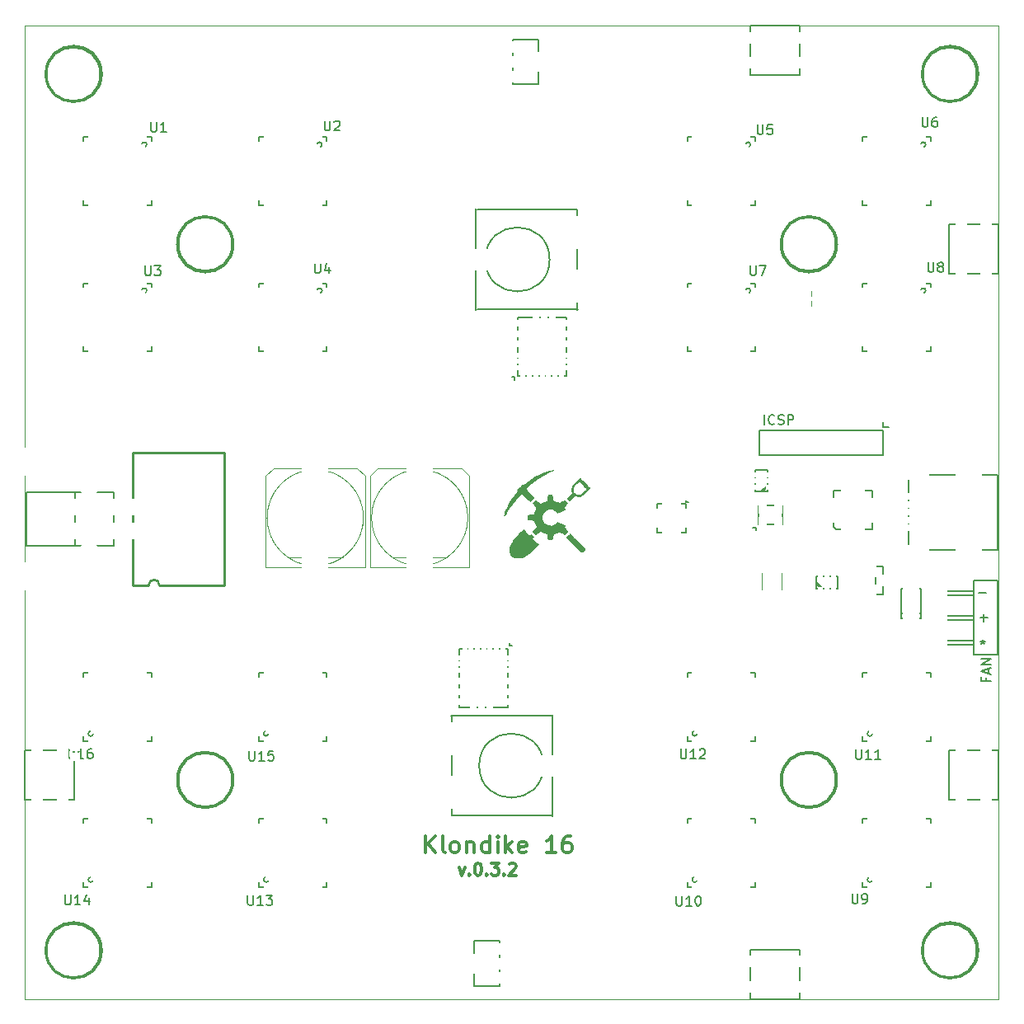
<source format=gto>
G04 (created by PCBNEW (2013-mar-13)-testing) date Mon 22 Jul 2013 09:20:45 AM ICT*
%MOIN*%
G04 Gerber Fmt 3.4, Leading zero omitted, Abs format*
%FSLAX34Y34*%
G01*
G70*
G90*
G04 APERTURE LIST*
%ADD10C,0.00393701*%
%ADD11C,0.011811*%
%ADD12C,0.00787402*%
%ADD13C,0.00590551*%
%ADD14C,0.0001*%
%ADD15C,0.015*%
%ADD16C,0.005*%
%ADD17C,0.0028*%
%ADD18C,0.01*%
%ADD19C,0.000984252*%
%ADD20C,0.006*%
%ADD21C,0.008*%
%ADD22C,0.004*%
%ADD23C,0.0079*%
%ADD24R,0.232472X0.116331*%
%ADD25R,0.287591X0.0671181*%
%ADD26C,0.20885*%
%ADD27R,0.0375906X0.0454646*%
%ADD28R,0.0828X0.0749*%
%ADD29C,0.0474*%
%ADD30R,0.1005X0.0316*%
%ADD31R,0.1104X0.0907*%
%ADD32R,0.0379843X0.023811*%
%ADD33R,0.0513701X0.0513701*%
%ADD34R,0.0907402X0.062*%
%ADD35R,0.0356X0.0277*%
%ADD36C,0.11811*%
%ADD37R,0.137984X0.0513701*%
%ADD38R,0.0513701X0.137984*%
%ADD39R,0.0316X0.0238*%
%ADD40R,0.0238X0.0316*%
%ADD41R,0.224598X0.224598*%
%ADD42R,0.0238X0.0415*%
%ADD43R,0.0415X0.0238*%
%ADD44R,0.0828661X0.0828661*%
%ADD45R,0.0513701X0.0434961*%
%ADD46R,0.0238X0.0395*%
%ADD47R,0.0395X0.0238*%
%ADD48R,0.0297165X0.110031*%
%ADD49R,0.0958583X0.12578*%
%ADD50R,0.0521575X0.110031*%
%ADD51R,0.117906X0.0730236*%
%ADD52R,0.035622X0.0289291*%
%ADD53R,0.0289291X0.0395591*%
%ADD54R,0.023811X0.0379843*%
%ADD55O,0.0946X0.0946*%
%ADD56C,0.13011*%
%ADD57R,0.031685X0.031685*%
%ADD58R,0.0631811X0.0474331*%
%ADD59R,0.0868031X0.0474331*%
%ADD60R,0.118299X0.0789291*%
%ADD61R,0.0255906X0.0393701*%
%ADD62R,0.0216535X0.0393701*%
%ADD63R,0.0671181X0.0513701*%
%ADD64R,0.0434961X0.0434961*%
%ADD65R,0.0671181X0.0631811*%
%ADD66R,0.0868031X0.0907402*%
%ADD67R,0.122236X0.134047*%
%ADD68R,0.0749921X0.0434961*%
%ADD69R,0.0434961X0.0513701*%
%ADD70R,0.110425X0.16948*%
%ADD71R,0.0434961X0.0474331*%
%ADD72R,0.0474331X0.0434961*%
%ADD73R,0.0474331X0.0395591*%
%ADD74R,0.0395591X0.0474331*%
%ADD75R,0.0395591X0.031685*%
%ADD76R,0.031685X0.0395591*%
%ADD77R,0.035622X0.031685*%
%ADD78R,0.031685X0.035622*%
%ADD79R,0.110425X0.110425*%
%ADD80R,0.023811X0.0434961*%
%ADD81R,0.0434961X0.023811*%
%ADD82R,0.0435X0.023811*%
G04 APERTURE END LIST*
G54D10*
G54D11*
X56320Y-55691D02*
X56437Y-56019D01*
X56554Y-55691D01*
X56742Y-55973D02*
X56765Y-55996D01*
X56742Y-56019D01*
X56718Y-55996D01*
X56742Y-55973D01*
X56742Y-56019D01*
X57070Y-55527D02*
X57117Y-55527D01*
X57163Y-55551D01*
X57187Y-55574D01*
X57210Y-55621D01*
X57234Y-55715D01*
X57234Y-55832D01*
X57210Y-55926D01*
X57187Y-55973D01*
X57163Y-55996D01*
X57117Y-56019D01*
X57070Y-56019D01*
X57023Y-55996D01*
X56999Y-55973D01*
X56976Y-55926D01*
X56953Y-55832D01*
X56953Y-55715D01*
X56976Y-55621D01*
X56999Y-55574D01*
X57023Y-55551D01*
X57070Y-55527D01*
X57445Y-55973D02*
X57468Y-55996D01*
X57445Y-56019D01*
X57421Y-55996D01*
X57445Y-55973D01*
X57445Y-56019D01*
X57632Y-55527D02*
X57937Y-55527D01*
X57773Y-55715D01*
X57843Y-55715D01*
X57890Y-55738D01*
X57913Y-55762D01*
X57937Y-55808D01*
X57937Y-55926D01*
X57913Y-55973D01*
X57890Y-55996D01*
X57843Y-56019D01*
X57702Y-56019D01*
X57656Y-55996D01*
X57632Y-55973D01*
X58148Y-55973D02*
X58171Y-55996D01*
X58148Y-56019D01*
X58124Y-55996D01*
X58148Y-55973D01*
X58148Y-56019D01*
X58359Y-55574D02*
X58382Y-55551D01*
X58429Y-55527D01*
X58546Y-55527D01*
X58593Y-55551D01*
X58616Y-55574D01*
X58640Y-55621D01*
X58640Y-55668D01*
X58616Y-55738D01*
X58335Y-56019D01*
X58640Y-56019D01*
G54D12*
X68336Y-41958D02*
X68336Y-42076D01*
X68198Y-41958D02*
X68336Y-41958D01*
X73464Y-37903D02*
X73464Y-37687D01*
X73474Y-37903D02*
X73710Y-37903D01*
X58375Y-46742D02*
X58454Y-46742D01*
X58356Y-46643D02*
X58356Y-46742D01*
X58572Y-35875D02*
X58572Y-36003D01*
X58454Y-35875D02*
X58572Y-35875D01*
X77639Y-48045D02*
X77639Y-48176D01*
X77845Y-48176D02*
X77451Y-48176D01*
X77451Y-47988D01*
X77732Y-47857D02*
X77732Y-47670D01*
X77845Y-47895D02*
X77451Y-47763D01*
X77845Y-47632D01*
X77845Y-47501D02*
X77451Y-47501D01*
X77845Y-47276D01*
X77451Y-47276D01*
X77500Y-46506D02*
X77500Y-46600D01*
X77406Y-46563D02*
X77500Y-46600D01*
X77593Y-46563D01*
X77443Y-46675D02*
X77500Y-46600D01*
X77556Y-46675D01*
X77330Y-44604D02*
X77630Y-44604D01*
X77389Y-45608D02*
X77689Y-45608D01*
X77539Y-45758D02*
X77539Y-45458D01*
X68670Y-37796D02*
X68670Y-37402D01*
X69083Y-37758D02*
X69064Y-37777D01*
X69008Y-37796D01*
X68970Y-37796D01*
X68914Y-37777D01*
X68877Y-37739D01*
X68858Y-37702D01*
X68839Y-37627D01*
X68839Y-37571D01*
X68858Y-37496D01*
X68877Y-37458D01*
X68914Y-37421D01*
X68970Y-37402D01*
X69008Y-37402D01*
X69064Y-37421D01*
X69083Y-37440D01*
X69233Y-37777D02*
X69289Y-37796D01*
X69383Y-37796D01*
X69420Y-37777D01*
X69439Y-37758D01*
X69458Y-37721D01*
X69458Y-37683D01*
X69439Y-37646D01*
X69420Y-37627D01*
X69383Y-37608D01*
X69308Y-37589D01*
X69270Y-37571D01*
X69251Y-37552D01*
X69233Y-37514D01*
X69233Y-37477D01*
X69251Y-37440D01*
X69270Y-37421D01*
X69308Y-37402D01*
X69401Y-37402D01*
X69458Y-37421D01*
X69626Y-37796D02*
X69626Y-37402D01*
X69776Y-37402D01*
X69814Y-37421D01*
X69833Y-37440D01*
X69851Y-37477D01*
X69851Y-37533D01*
X69833Y-37571D01*
X69814Y-37589D01*
X69776Y-37608D01*
X69626Y-37608D01*
X65511Y-40925D02*
X65590Y-40925D01*
X65511Y-40856D02*
X65511Y-40925D01*
X40526Y-50906D02*
X40526Y-51225D01*
X40545Y-51262D01*
X40563Y-51281D01*
X40601Y-51300D01*
X40676Y-51300D01*
X40713Y-51281D01*
X40732Y-51262D01*
X40751Y-51225D01*
X40751Y-50906D01*
X41145Y-51300D02*
X40920Y-51300D01*
X41032Y-51300D02*
X41032Y-50906D01*
X40995Y-50962D01*
X40957Y-51000D01*
X40920Y-51018D01*
X41482Y-50906D02*
X41407Y-50906D01*
X41369Y-50925D01*
X41351Y-50943D01*
X41313Y-51000D01*
X41294Y-51075D01*
X41294Y-51225D01*
X41313Y-51262D01*
X41332Y-51281D01*
X41369Y-51300D01*
X41444Y-51300D01*
X41482Y-51281D01*
X41501Y-51262D01*
X41519Y-51225D01*
X41519Y-51131D01*
X41501Y-51093D01*
X41482Y-51075D01*
X41444Y-51056D01*
X41369Y-51056D01*
X41332Y-51075D01*
X41313Y-51093D01*
X41294Y-51131D01*
X47839Y-50995D02*
X47839Y-51313D01*
X47858Y-51351D01*
X47876Y-51369D01*
X47914Y-51388D01*
X47989Y-51388D01*
X48026Y-51369D01*
X48045Y-51351D01*
X48064Y-51313D01*
X48064Y-50995D01*
X48458Y-51388D02*
X48233Y-51388D01*
X48345Y-51388D02*
X48345Y-50995D01*
X48308Y-51051D01*
X48270Y-51088D01*
X48233Y-51107D01*
X48814Y-50995D02*
X48626Y-50995D01*
X48607Y-51182D01*
X48626Y-51163D01*
X48664Y-51145D01*
X48757Y-51145D01*
X48795Y-51163D01*
X48814Y-51182D01*
X48832Y-51220D01*
X48832Y-51313D01*
X48814Y-51351D01*
X48795Y-51369D01*
X48757Y-51388D01*
X48664Y-51388D01*
X48626Y-51369D01*
X48607Y-51351D01*
X40398Y-56811D02*
X40398Y-57130D01*
X40417Y-57168D01*
X40435Y-57186D01*
X40473Y-57205D01*
X40548Y-57205D01*
X40585Y-57186D01*
X40604Y-57168D01*
X40623Y-57130D01*
X40623Y-56811D01*
X41017Y-57205D02*
X40792Y-57205D01*
X40904Y-57205D02*
X40904Y-56811D01*
X40867Y-56868D01*
X40829Y-56905D01*
X40792Y-56924D01*
X41354Y-56943D02*
X41354Y-57205D01*
X41260Y-56793D02*
X41167Y-57074D01*
X41410Y-57074D01*
X47780Y-56831D02*
X47780Y-57150D01*
X47799Y-57187D01*
X47817Y-57206D01*
X47855Y-57225D01*
X47930Y-57225D01*
X47967Y-57206D01*
X47986Y-57187D01*
X48005Y-57150D01*
X48005Y-56831D01*
X48398Y-57225D02*
X48173Y-57225D01*
X48286Y-57225D02*
X48286Y-56831D01*
X48248Y-56887D01*
X48211Y-56925D01*
X48173Y-56944D01*
X48530Y-56831D02*
X48773Y-56831D01*
X48642Y-56981D01*
X48698Y-56981D01*
X48736Y-57000D01*
X48755Y-57019D01*
X48773Y-57056D01*
X48773Y-57150D01*
X48755Y-57187D01*
X48736Y-57206D01*
X48698Y-57225D01*
X48586Y-57225D01*
X48548Y-57206D01*
X48530Y-57187D01*
X65290Y-50916D02*
X65290Y-51235D01*
X65308Y-51272D01*
X65327Y-51291D01*
X65365Y-51309D01*
X65440Y-51309D01*
X65477Y-51291D01*
X65496Y-51272D01*
X65515Y-51235D01*
X65515Y-50916D01*
X65908Y-51309D02*
X65683Y-51309D01*
X65796Y-51309D02*
X65796Y-50916D01*
X65758Y-50972D01*
X65721Y-51010D01*
X65683Y-51028D01*
X66058Y-50953D02*
X66077Y-50935D01*
X66115Y-50916D01*
X66208Y-50916D01*
X66246Y-50935D01*
X66264Y-50953D01*
X66283Y-50991D01*
X66283Y-51028D01*
X66264Y-51085D01*
X66040Y-51309D01*
X66283Y-51309D01*
X72376Y-50935D02*
X72376Y-51254D01*
X72395Y-51292D01*
X72414Y-51310D01*
X72451Y-51329D01*
X72526Y-51329D01*
X72564Y-51310D01*
X72582Y-51292D01*
X72601Y-51254D01*
X72601Y-50935D01*
X72995Y-51329D02*
X72770Y-51329D01*
X72882Y-51329D02*
X72882Y-50935D01*
X72845Y-50992D01*
X72807Y-51029D01*
X72770Y-51048D01*
X73370Y-51329D02*
X73145Y-51329D01*
X73257Y-51329D02*
X73257Y-50935D01*
X73220Y-50992D01*
X73182Y-51029D01*
X73145Y-51048D01*
X65112Y-56861D02*
X65112Y-57179D01*
X65131Y-57217D01*
X65150Y-57236D01*
X65187Y-57254D01*
X65262Y-57254D01*
X65300Y-57236D01*
X65319Y-57217D01*
X65337Y-57179D01*
X65337Y-56861D01*
X65731Y-57254D02*
X65506Y-57254D01*
X65619Y-57254D02*
X65619Y-56861D01*
X65581Y-56917D01*
X65544Y-56954D01*
X65506Y-56973D01*
X65975Y-56861D02*
X66012Y-56861D01*
X66050Y-56879D01*
X66069Y-56898D01*
X66087Y-56936D01*
X66106Y-57011D01*
X66106Y-57104D01*
X66087Y-57179D01*
X66069Y-57217D01*
X66050Y-57236D01*
X66012Y-57254D01*
X65975Y-57254D01*
X65937Y-57236D01*
X65919Y-57217D01*
X65900Y-57179D01*
X65881Y-57104D01*
X65881Y-57011D01*
X65900Y-56936D01*
X65919Y-56898D01*
X65937Y-56879D01*
X65975Y-56861D01*
X72219Y-56772D02*
X72219Y-57091D01*
X72238Y-57128D01*
X72257Y-57147D01*
X72294Y-57166D01*
X72369Y-57166D01*
X72407Y-57147D01*
X72425Y-57128D01*
X72444Y-57091D01*
X72444Y-56772D01*
X72650Y-57166D02*
X72725Y-57166D01*
X72763Y-57147D01*
X72782Y-57128D01*
X72819Y-57072D01*
X72838Y-56997D01*
X72838Y-56847D01*
X72819Y-56810D01*
X72800Y-56791D01*
X72763Y-56772D01*
X72688Y-56772D01*
X72650Y-56791D01*
X72632Y-56810D01*
X72613Y-56847D01*
X72613Y-56941D01*
X72632Y-56978D01*
X72650Y-56997D01*
X72688Y-57016D01*
X72763Y-57016D01*
X72800Y-56997D01*
X72819Y-56978D01*
X72838Y-56941D01*
X75290Y-31241D02*
X75290Y-31559D01*
X75309Y-31597D01*
X75328Y-31616D01*
X75365Y-31634D01*
X75440Y-31634D01*
X75478Y-31616D01*
X75496Y-31597D01*
X75515Y-31559D01*
X75515Y-31241D01*
X75759Y-31409D02*
X75721Y-31391D01*
X75703Y-31372D01*
X75684Y-31334D01*
X75684Y-31316D01*
X75703Y-31278D01*
X75721Y-31259D01*
X75759Y-31241D01*
X75834Y-31241D01*
X75871Y-31259D01*
X75890Y-31278D01*
X75909Y-31316D01*
X75909Y-31334D01*
X75890Y-31372D01*
X75871Y-31391D01*
X75834Y-31409D01*
X75759Y-31409D01*
X75721Y-31428D01*
X75703Y-31447D01*
X75684Y-31484D01*
X75684Y-31559D01*
X75703Y-31597D01*
X75721Y-31616D01*
X75759Y-31634D01*
X75834Y-31634D01*
X75871Y-31616D01*
X75890Y-31597D01*
X75909Y-31559D01*
X75909Y-31484D01*
X75890Y-31447D01*
X75871Y-31428D01*
X75834Y-31409D01*
X68105Y-31369D02*
X68105Y-31687D01*
X68124Y-31725D01*
X68143Y-31744D01*
X68180Y-31762D01*
X68255Y-31762D01*
X68293Y-31744D01*
X68311Y-31725D01*
X68330Y-31687D01*
X68330Y-31369D01*
X68480Y-31369D02*
X68742Y-31369D01*
X68574Y-31762D01*
X75054Y-25374D02*
X75054Y-25693D01*
X75073Y-25731D01*
X75091Y-25749D01*
X75129Y-25768D01*
X75204Y-25768D01*
X75241Y-25749D01*
X75260Y-25731D01*
X75279Y-25693D01*
X75279Y-25374D01*
X75635Y-25374D02*
X75560Y-25374D01*
X75523Y-25393D01*
X75504Y-25412D01*
X75466Y-25468D01*
X75448Y-25543D01*
X75448Y-25693D01*
X75466Y-25731D01*
X75485Y-25749D01*
X75523Y-25768D01*
X75598Y-25768D01*
X75635Y-25749D01*
X75654Y-25731D01*
X75673Y-25693D01*
X75673Y-25599D01*
X75654Y-25562D01*
X75635Y-25543D01*
X75598Y-25524D01*
X75523Y-25524D01*
X75485Y-25543D01*
X75466Y-25562D01*
X75448Y-25599D01*
X68390Y-25670D02*
X68390Y-25988D01*
X68409Y-26026D01*
X68428Y-26045D01*
X68465Y-26063D01*
X68540Y-26063D01*
X68578Y-26045D01*
X68597Y-26026D01*
X68615Y-25988D01*
X68615Y-25670D01*
X68990Y-25670D02*
X68803Y-25670D01*
X68784Y-25857D01*
X68803Y-25838D01*
X68840Y-25820D01*
X68934Y-25820D01*
X68972Y-25838D01*
X68990Y-25857D01*
X69009Y-25895D01*
X69009Y-25988D01*
X68990Y-26026D01*
X68972Y-26045D01*
X68934Y-26063D01*
X68840Y-26063D01*
X68803Y-26045D01*
X68784Y-26026D01*
X50497Y-31290D02*
X50497Y-31609D01*
X50516Y-31646D01*
X50534Y-31665D01*
X50572Y-31684D01*
X50647Y-31684D01*
X50684Y-31665D01*
X50703Y-31646D01*
X50722Y-31609D01*
X50722Y-31290D01*
X51078Y-31421D02*
X51078Y-31684D01*
X50984Y-31271D02*
X50890Y-31552D01*
X51134Y-31552D01*
X43637Y-31378D02*
X43637Y-31697D01*
X43655Y-31735D01*
X43674Y-31753D01*
X43712Y-31772D01*
X43787Y-31772D01*
X43824Y-31753D01*
X43843Y-31735D01*
X43862Y-31697D01*
X43862Y-31378D01*
X44011Y-31378D02*
X44255Y-31378D01*
X44124Y-31528D01*
X44180Y-31528D01*
X44218Y-31547D01*
X44236Y-31566D01*
X44255Y-31603D01*
X44255Y-31697D01*
X44236Y-31735D01*
X44218Y-31753D01*
X44180Y-31772D01*
X44068Y-31772D01*
X44030Y-31753D01*
X44011Y-31735D01*
X50890Y-25522D02*
X50890Y-25841D01*
X50909Y-25878D01*
X50928Y-25897D01*
X50965Y-25916D01*
X51040Y-25916D01*
X51078Y-25897D01*
X51097Y-25878D01*
X51115Y-25841D01*
X51115Y-25522D01*
X51284Y-25560D02*
X51303Y-25541D01*
X51340Y-25522D01*
X51434Y-25522D01*
X51472Y-25541D01*
X51490Y-25560D01*
X51509Y-25597D01*
X51509Y-25635D01*
X51490Y-25691D01*
X51265Y-25916D01*
X51509Y-25916D01*
X43873Y-25571D02*
X43873Y-25890D01*
X43892Y-25928D01*
X43910Y-25946D01*
X43948Y-25965D01*
X44023Y-25965D01*
X44060Y-25946D01*
X44079Y-25928D01*
X44098Y-25890D01*
X44098Y-25571D01*
X44491Y-25965D02*
X44266Y-25965D01*
X44379Y-25965D02*
X44379Y-25571D01*
X44341Y-25628D01*
X44304Y-25665D01*
X44266Y-25684D01*
G54D11*
X54967Y-55114D02*
X54967Y-54425D01*
X55360Y-55114D02*
X55065Y-54721D01*
X55360Y-54425D02*
X54967Y-54819D01*
X55754Y-55114D02*
X55688Y-55082D01*
X55656Y-55016D01*
X55656Y-54425D01*
X56115Y-55114D02*
X56049Y-55082D01*
X56017Y-55049D01*
X55984Y-54983D01*
X55984Y-54786D01*
X56017Y-54721D01*
X56049Y-54688D01*
X56115Y-54655D01*
X56213Y-54655D01*
X56279Y-54688D01*
X56312Y-54721D01*
X56345Y-54786D01*
X56345Y-54983D01*
X56312Y-55049D01*
X56279Y-55082D01*
X56213Y-55114D01*
X56115Y-55114D01*
X56640Y-54655D02*
X56640Y-55114D01*
X56640Y-54721D02*
X56673Y-54688D01*
X56738Y-54655D01*
X56837Y-54655D01*
X56902Y-54688D01*
X56935Y-54753D01*
X56935Y-55114D01*
X57559Y-55114D02*
X57559Y-54425D01*
X57559Y-55082D02*
X57493Y-55114D01*
X57362Y-55114D01*
X57296Y-55082D01*
X57263Y-55049D01*
X57230Y-54983D01*
X57230Y-54786D01*
X57263Y-54721D01*
X57296Y-54688D01*
X57362Y-54655D01*
X57493Y-54655D01*
X57559Y-54688D01*
X57887Y-55114D02*
X57887Y-54655D01*
X57887Y-54425D02*
X57854Y-54458D01*
X57887Y-54491D01*
X57919Y-54458D01*
X57887Y-54425D01*
X57887Y-54491D01*
X58215Y-55114D02*
X58215Y-54425D01*
X58280Y-54852D02*
X58477Y-55114D01*
X58477Y-54655D02*
X58215Y-54917D01*
X59035Y-55082D02*
X58969Y-55114D01*
X58838Y-55114D01*
X58772Y-55082D01*
X58740Y-55016D01*
X58740Y-54753D01*
X58772Y-54688D01*
X58838Y-54655D01*
X58969Y-54655D01*
X59035Y-54688D01*
X59068Y-54753D01*
X59068Y-54819D01*
X58740Y-54885D01*
X60249Y-55114D02*
X59855Y-55114D01*
X60052Y-55114D02*
X60052Y-54425D01*
X59986Y-54524D01*
X59921Y-54589D01*
X59855Y-54622D01*
X60839Y-54425D02*
X60708Y-54425D01*
X60643Y-54458D01*
X60610Y-54491D01*
X60544Y-54589D01*
X60511Y-54721D01*
X60511Y-54983D01*
X60544Y-55049D01*
X60577Y-55082D01*
X60643Y-55114D01*
X60774Y-55114D01*
X60839Y-55082D01*
X60872Y-55049D01*
X60905Y-54983D01*
X60905Y-54819D01*
X60872Y-54753D01*
X60839Y-54721D01*
X60774Y-54688D01*
X60643Y-54688D01*
X60577Y-54721D01*
X60544Y-54753D01*
X60511Y-54819D01*
G54D10*
X38779Y-61023D02*
X78149Y-61023D01*
X78149Y-61023D02*
X78149Y-21653D01*
X78149Y-21653D02*
X38779Y-21653D01*
X38779Y-21653D02*
X38779Y-61023D01*
G54D13*
X40807Y-40541D02*
X42381Y-40541D01*
X42381Y-40541D02*
X42381Y-42706D01*
X42381Y-42706D02*
X40807Y-42706D01*
X38838Y-42706D02*
X38838Y-40541D01*
X38838Y-40541D02*
X40807Y-40541D01*
X40807Y-40541D02*
X40807Y-42706D01*
X40807Y-42706D02*
X38838Y-42706D01*
G54D14*
G36*
X61233Y-39949D02*
X61241Y-39955D01*
X61258Y-39970D01*
X61283Y-39993D01*
X61314Y-40022D01*
X61350Y-40057D01*
X61389Y-40095D01*
X61397Y-40103D01*
X61189Y-40103D01*
X61088Y-40206D01*
X61045Y-40250D01*
X61013Y-40286D01*
X60989Y-40315D01*
X60973Y-40341D01*
X60963Y-40366D01*
X60958Y-40391D01*
X60956Y-40419D01*
X60955Y-40430D01*
X60962Y-40486D01*
X60983Y-40537D01*
X61016Y-40579D01*
X61062Y-40612D01*
X61075Y-40619D01*
X61114Y-40631D01*
X61160Y-40634D01*
X61206Y-40631D01*
X61246Y-40619D01*
X61260Y-40610D01*
X61282Y-40593D01*
X61309Y-40570D01*
X61340Y-40542D01*
X61372Y-40512D01*
X61404Y-40483D01*
X61432Y-40454D01*
X61455Y-40430D01*
X61472Y-40412D01*
X61478Y-40401D01*
X61478Y-40400D01*
X61473Y-40393D01*
X61458Y-40376D01*
X61436Y-40351D01*
X61406Y-40321D01*
X61371Y-40285D01*
X61334Y-40247D01*
X61189Y-40103D01*
X61397Y-40103D01*
X61430Y-40136D01*
X61471Y-40177D01*
X61510Y-40217D01*
X61547Y-40255D01*
X61580Y-40290D01*
X61607Y-40318D01*
X61627Y-40340D01*
X61638Y-40354D01*
X61640Y-40357D01*
X61635Y-40366D01*
X61620Y-40383D01*
X61597Y-40408D01*
X61567Y-40440D01*
X61532Y-40476D01*
X61493Y-40516D01*
X61488Y-40520D01*
X61442Y-40567D01*
X61404Y-40603D01*
X61374Y-40631D01*
X61350Y-40653D01*
X61330Y-40669D01*
X61312Y-40681D01*
X61295Y-40691D01*
X61282Y-40697D01*
X61254Y-40710D01*
X61231Y-40718D01*
X61208Y-40721D01*
X61178Y-40722D01*
X61159Y-40722D01*
X61118Y-40721D01*
X61088Y-40717D01*
X61063Y-40709D01*
X61055Y-40706D01*
X61021Y-40690D01*
X60911Y-40799D01*
X60801Y-40907D01*
X60742Y-40848D01*
X60682Y-40788D01*
X60791Y-40679D01*
X60828Y-40641D01*
X60856Y-40613D01*
X60875Y-40593D01*
X60887Y-40578D01*
X60893Y-40568D01*
X60894Y-40560D01*
X60892Y-40553D01*
X60890Y-40550D01*
X60871Y-40497D01*
X60865Y-40439D01*
X60870Y-40378D01*
X60889Y-40318D01*
X60897Y-40300D01*
X60907Y-40282D01*
X60918Y-40264D01*
X60932Y-40245D01*
X60951Y-40223D01*
X60976Y-40196D01*
X61008Y-40162D01*
X61049Y-40121D01*
X61073Y-40098D01*
X61112Y-40059D01*
X61149Y-40024D01*
X61180Y-39994D01*
X61206Y-39971D01*
X61224Y-39955D01*
X61232Y-39949D01*
X61233Y-39949D01*
X61233Y-39949D01*
X61233Y-39949D01*
G37*
G36*
X60818Y-42204D02*
X60825Y-42209D01*
X60841Y-42224D01*
X60866Y-42247D01*
X60897Y-42277D01*
X60935Y-42313D01*
X60977Y-42354D01*
X61011Y-42387D01*
X61062Y-42437D01*
X61117Y-42491D01*
X61173Y-42545D01*
X61226Y-42597D01*
X61274Y-42643D01*
X61314Y-42683D01*
X61323Y-42691D01*
X61364Y-42732D01*
X61396Y-42764D01*
X61419Y-42788D01*
X61434Y-42806D01*
X61443Y-42820D01*
X61447Y-42830D01*
X61448Y-42834D01*
X61445Y-42846D01*
X61437Y-42861D01*
X61421Y-42880D01*
X61395Y-42907D01*
X61379Y-42922D01*
X61352Y-42948D01*
X61327Y-42969D01*
X61308Y-42984D01*
X61297Y-42989D01*
X61296Y-42989D01*
X61286Y-42984D01*
X61267Y-42968D01*
X61239Y-42943D01*
X61205Y-42911D01*
X61166Y-42872D01*
X61132Y-42837D01*
X61089Y-42794D01*
X61041Y-42744D01*
X60988Y-42691D01*
X60935Y-42636D01*
X60882Y-42582D01*
X60856Y-42556D01*
X60660Y-42357D01*
X60736Y-42281D01*
X60764Y-42253D01*
X60788Y-42230D01*
X60806Y-42213D01*
X60817Y-42205D01*
X60818Y-42204D01*
X60818Y-42204D01*
X60818Y-42204D01*
G37*
G36*
X60115Y-40642D02*
X60132Y-40736D01*
X60141Y-40787D01*
X60148Y-40824D01*
X60154Y-40851D01*
X60160Y-40869D01*
X60168Y-40881D01*
X60178Y-40888D01*
X60191Y-40892D01*
X60209Y-40897D01*
X60214Y-40898D01*
X60245Y-40908D01*
X60283Y-40922D01*
X60322Y-40939D01*
X60340Y-40947D01*
X60414Y-40982D01*
X60511Y-40916D01*
X60545Y-40893D01*
X60574Y-40874D01*
X60597Y-40859D01*
X60611Y-40851D01*
X60614Y-40850D01*
X60622Y-40855D01*
X60638Y-40869D01*
X60660Y-40890D01*
X60681Y-40911D01*
X60742Y-40971D01*
X60672Y-41073D01*
X60602Y-41174D01*
X60625Y-41210D01*
X60636Y-41230D01*
X60642Y-41245D01*
X60642Y-41250D01*
X60633Y-41255D01*
X60613Y-41264D01*
X60582Y-41277D01*
X60543Y-41294D01*
X60498Y-41312D01*
X60473Y-41323D01*
X60310Y-41391D01*
X60266Y-41343D01*
X60212Y-41296D01*
X60153Y-41262D01*
X60089Y-41241D01*
X60023Y-41235D01*
X59957Y-41243D01*
X59892Y-41264D01*
X59847Y-41289D01*
X59795Y-41331D01*
X59754Y-41383D01*
X59724Y-41441D01*
X59707Y-41503D01*
X59702Y-41568D01*
X59709Y-41633D01*
X59730Y-41696D01*
X59765Y-41755D01*
X59765Y-41756D01*
X59810Y-41804D01*
X59863Y-41842D01*
X59923Y-41869D01*
X59987Y-41884D01*
X60052Y-41886D01*
X60099Y-41878D01*
X60149Y-41863D01*
X60190Y-41842D01*
X60229Y-41814D01*
X60261Y-41784D01*
X60282Y-41762D01*
X60300Y-41745D01*
X60311Y-41736D01*
X60312Y-41735D01*
X60321Y-41738D01*
X60341Y-41746D01*
X60371Y-41757D01*
X60407Y-41772D01*
X60447Y-41789D01*
X60490Y-41806D01*
X60531Y-41824D01*
X60569Y-41840D01*
X60602Y-41854D01*
X60626Y-41864D01*
X60639Y-41870D01*
X60641Y-41872D01*
X60640Y-41881D01*
X60633Y-41898D01*
X60625Y-41913D01*
X60602Y-41949D01*
X60671Y-42048D01*
X60739Y-42148D01*
X60675Y-42211D01*
X60611Y-42275D01*
X60514Y-42209D01*
X60480Y-42186D01*
X60450Y-42166D01*
X60427Y-42152D01*
X60413Y-42144D01*
X60410Y-42143D01*
X60399Y-42146D01*
X60379Y-42156D01*
X60360Y-42166D01*
X60335Y-42178D01*
X60301Y-42192D01*
X60263Y-42207D01*
X60239Y-42215D01*
X60204Y-42226D01*
X60181Y-42235D01*
X60167Y-42243D01*
X60159Y-42250D01*
X60156Y-42260D01*
X60154Y-42267D01*
X60151Y-42285D01*
X60145Y-42313D01*
X60139Y-42349D01*
X60132Y-42387D01*
X60115Y-42481D01*
X60025Y-42481D01*
X59934Y-42481D01*
X59912Y-42362D01*
X59905Y-42321D01*
X59898Y-42285D01*
X59892Y-42258D01*
X59887Y-42241D01*
X59886Y-42237D01*
X59877Y-42232D01*
X59857Y-42224D01*
X59830Y-42214D01*
X59816Y-42210D01*
X59778Y-42196D01*
X59738Y-42179D01*
X59705Y-42162D01*
X59701Y-42160D01*
X59651Y-42130D01*
X59544Y-42203D01*
X59438Y-42276D01*
X59374Y-42212D01*
X59310Y-42148D01*
X59383Y-42041D01*
X59456Y-41934D01*
X59430Y-41883D01*
X59398Y-41815D01*
X59375Y-41750D01*
X59370Y-41730D01*
X59362Y-41699D01*
X59268Y-41682D01*
X59228Y-41674D01*
X59189Y-41667D01*
X59157Y-41661D01*
X59137Y-41656D01*
X59100Y-41649D01*
X59102Y-41560D01*
X59105Y-41470D01*
X59231Y-41447D01*
X59357Y-41423D01*
X59381Y-41354D01*
X59395Y-41316D01*
X59412Y-41277D01*
X59427Y-41244D01*
X59431Y-41237D01*
X59445Y-41208D01*
X59451Y-41188D01*
X59450Y-41179D01*
X59444Y-41170D01*
X59430Y-41150D01*
X59412Y-41122D01*
X59389Y-41089D01*
X59377Y-41072D01*
X59310Y-40975D01*
X59374Y-40911D01*
X59439Y-40847D01*
X59543Y-40918D01*
X59648Y-40990D01*
X59715Y-40955D01*
X59750Y-40938D01*
X59787Y-40922D01*
X59819Y-40910D01*
X59828Y-40907D01*
X59854Y-40899D01*
X59874Y-40890D01*
X59883Y-40885D01*
X59887Y-40875D01*
X59893Y-40852D01*
X59901Y-40821D01*
X59909Y-40782D01*
X59913Y-40759D01*
X59934Y-40642D01*
X60025Y-40642D01*
X60115Y-40642D01*
X60115Y-40642D01*
X60115Y-40642D01*
G37*
G36*
X60181Y-39636D02*
X60194Y-39639D01*
X60195Y-39640D01*
X60193Y-39641D01*
X60181Y-39645D01*
X60158Y-39655D01*
X60126Y-39670D01*
X60087Y-39689D01*
X60043Y-39710D01*
X59996Y-39733D01*
X59949Y-39757D01*
X59905Y-39780D01*
X59865Y-39802D01*
X59831Y-39820D01*
X59819Y-39827D01*
X59685Y-39909D01*
X59548Y-40001D01*
X59410Y-40101D01*
X59277Y-40205D01*
X59151Y-40311D01*
X59109Y-40349D01*
X59059Y-40394D01*
X59082Y-40421D01*
X59093Y-40433D01*
X59113Y-40456D01*
X59141Y-40485D01*
X59174Y-40521D01*
X59210Y-40561D01*
X59250Y-40604D01*
X59395Y-40759D01*
X59308Y-40847D01*
X59220Y-40934D01*
X59197Y-40913D01*
X59183Y-40900D01*
X59161Y-40880D01*
X59132Y-40854D01*
X59100Y-40824D01*
X59078Y-40804D01*
X59039Y-40769D01*
X58999Y-40732D01*
X58961Y-40696D01*
X58929Y-40665D01*
X58919Y-40655D01*
X58857Y-40595D01*
X58771Y-40692D01*
X58627Y-40863D01*
X58497Y-41034D01*
X58380Y-41206D01*
X58273Y-41382D01*
X58256Y-41412D01*
X58237Y-41446D01*
X58222Y-41469D01*
X58210Y-41484D01*
X58198Y-41494D01*
X58184Y-41501D01*
X58175Y-41505D01*
X58155Y-41512D01*
X58141Y-41514D01*
X58139Y-41512D01*
X58141Y-41496D01*
X58147Y-41469D01*
X58155Y-41436D01*
X58165Y-41401D01*
X58176Y-41367D01*
X58182Y-41348D01*
X58253Y-41172D01*
X58339Y-41000D01*
X58439Y-40833D01*
X58552Y-40672D01*
X58668Y-40528D01*
X58717Y-40472D01*
X58700Y-40453D01*
X58683Y-40435D01*
X58699Y-40414D01*
X58713Y-40396D01*
X58735Y-40373D01*
X58761Y-40346D01*
X58790Y-40318D01*
X58819Y-40290D01*
X58846Y-40266D01*
X58868Y-40248D01*
X58884Y-40236D01*
X58889Y-40234D01*
X58906Y-40239D01*
X58917Y-40246D01*
X58923Y-40251D01*
X58931Y-40251D01*
X58942Y-40246D01*
X58959Y-40233D01*
X58984Y-40212D01*
X58994Y-40203D01*
X59129Y-40095D01*
X59269Y-39995D01*
X59415Y-39905D01*
X59564Y-39826D01*
X59714Y-39759D01*
X59864Y-39705D01*
X60012Y-39663D01*
X60059Y-39653D01*
X60098Y-39646D01*
X60134Y-39640D01*
X60163Y-39637D01*
X60180Y-39636D01*
X60181Y-39636D01*
X60181Y-39636D01*
X60181Y-39636D01*
G37*
G36*
X58947Y-42030D02*
X58957Y-42031D01*
X58969Y-42038D01*
X58984Y-42054D01*
X59003Y-42081D01*
X59018Y-42104D01*
X59042Y-42138D01*
X59069Y-42174D01*
X59097Y-42210D01*
X59123Y-42243D01*
X59145Y-42268D01*
X59160Y-42283D01*
X59168Y-42289D01*
X59176Y-42290D01*
X59187Y-42283D01*
X59203Y-42267D01*
X59212Y-42258D01*
X59250Y-42220D01*
X59310Y-42279D01*
X59370Y-42338D01*
X59331Y-42378D01*
X59292Y-42417D01*
X59335Y-42457D01*
X59361Y-42479D01*
X59394Y-42506D01*
X59429Y-42533D01*
X59441Y-42543D01*
X59482Y-42572D01*
X59511Y-42594D01*
X59531Y-42611D01*
X59544Y-42622D01*
X59551Y-42631D01*
X59554Y-42639D01*
X59555Y-42645D01*
X59550Y-42655D01*
X59537Y-42672D01*
X59514Y-42698D01*
X59481Y-42733D01*
X59438Y-42778D01*
X59384Y-42832D01*
X59380Y-42836D01*
X59334Y-42880D01*
X59290Y-42923D01*
X59249Y-42962D01*
X59212Y-42996D01*
X59182Y-43023D01*
X59160Y-43042D01*
X59155Y-43046D01*
X59061Y-43108D01*
X58968Y-43155D01*
X58872Y-43190D01*
X58772Y-43211D01*
X58738Y-43216D01*
X58680Y-43217D01*
X58618Y-43207D01*
X58557Y-43188D01*
X58503Y-43162D01*
X58467Y-43136D01*
X58441Y-43105D01*
X58416Y-43064D01*
X58395Y-43015D01*
X58381Y-42964D01*
X58376Y-42941D01*
X58373Y-42872D01*
X58381Y-42796D01*
X58400Y-42714D01*
X58430Y-42629D01*
X58442Y-42601D01*
X58462Y-42560D01*
X58485Y-42519D01*
X58513Y-42478D01*
X58547Y-42433D01*
X58588Y-42384D01*
X58638Y-42329D01*
X58697Y-42267D01*
X58740Y-42223D01*
X58784Y-42179D01*
X58824Y-42139D01*
X58861Y-42103D01*
X58891Y-42074D01*
X58915Y-42052D01*
X58930Y-42038D01*
X58935Y-42035D01*
X58947Y-42030D01*
X58947Y-42030D01*
X58947Y-42030D01*
G37*
G54D15*
X47159Y-30511D02*
G75*
G03X47159Y-30511I-1096J0D01*
G74*
G01*
G54D13*
X68425Y-41850D02*
X69409Y-41850D01*
X69409Y-41850D02*
X69409Y-41062D01*
X69409Y-41062D02*
X68425Y-41062D01*
X68425Y-41062D02*
X68425Y-41850D01*
G54D16*
X74488Y-42853D02*
X78109Y-42853D01*
X78109Y-42853D02*
X78109Y-39823D01*
X78109Y-39823D02*
X74488Y-39823D01*
X74488Y-39823D02*
X74488Y-42853D01*
X68798Y-40253D02*
X68538Y-40513D01*
X68798Y-40313D02*
X68603Y-40513D01*
X68288Y-39823D02*
X68181Y-39823D01*
X68288Y-40333D02*
X68181Y-40333D01*
X68798Y-40078D02*
X68905Y-40078D01*
X68798Y-39823D02*
X68905Y-39823D01*
X68798Y-40333D02*
X68905Y-40333D01*
X68288Y-40078D02*
X68181Y-40078D01*
X68288Y-40513D02*
X68288Y-39643D01*
X68288Y-39643D02*
X68798Y-39643D01*
X68798Y-39643D02*
X68798Y-40513D01*
X68798Y-40513D02*
X68288Y-40513D01*
X73476Y-38043D02*
X73476Y-39043D01*
X73476Y-39043D02*
X68472Y-39043D01*
X68472Y-39033D02*
X68472Y-38033D01*
X68472Y-38043D02*
X73476Y-38043D01*
G54D13*
X75265Y-46525D02*
X77135Y-46525D01*
X77135Y-46525D02*
X77125Y-46712D01*
X77125Y-46712D02*
X75255Y-46712D01*
X75255Y-46712D02*
X75255Y-46535D01*
X75255Y-45521D02*
X77135Y-45521D01*
X77125Y-45521D02*
X77125Y-45708D01*
X77125Y-45708D02*
X75255Y-45708D01*
X75255Y-45708D02*
X75255Y-45521D01*
X75236Y-44704D02*
X75236Y-44527D01*
X75236Y-44527D02*
X75246Y-44537D01*
X75236Y-44527D02*
X77135Y-44527D01*
X77135Y-44527D02*
X77135Y-44694D01*
X77135Y-44694D02*
X75236Y-44694D01*
X77125Y-44114D02*
X77125Y-47106D01*
X77125Y-47106D02*
X78110Y-47106D01*
X78110Y-47106D02*
X78110Y-44114D01*
X78110Y-44114D02*
X77125Y-44114D01*
G54D17*
X70553Y-32616D02*
X70553Y-32416D01*
X70553Y-32416D02*
X70253Y-32416D01*
X70253Y-32416D02*
X70253Y-32616D01*
X70553Y-32816D02*
X70553Y-33016D01*
X70553Y-33016D02*
X70253Y-33016D01*
X70253Y-33016D02*
X70253Y-32816D01*
G54D13*
X68094Y-23657D02*
X68094Y-21657D01*
X68094Y-21657D02*
X70094Y-21657D01*
X70094Y-21657D02*
X70094Y-23657D01*
X70094Y-23657D02*
X68094Y-23657D01*
X76145Y-29708D02*
X78145Y-29708D01*
X78145Y-29708D02*
X78145Y-31708D01*
X78145Y-31708D02*
X76145Y-31708D01*
X76145Y-31708D02*
X76145Y-29708D01*
X76145Y-50968D02*
X78145Y-50968D01*
X78145Y-50968D02*
X78145Y-52968D01*
X78145Y-52968D02*
X76145Y-52968D01*
X76145Y-52968D02*
X76145Y-50968D01*
X70094Y-59019D02*
X70094Y-61019D01*
X70094Y-61019D02*
X68094Y-61019D01*
X68094Y-61019D02*
X68094Y-59019D01*
X68094Y-59019D02*
X70094Y-59019D01*
G54D16*
X41142Y-28936D02*
X43896Y-28936D01*
X43896Y-28936D02*
X43896Y-26182D01*
X43896Y-26182D02*
X41142Y-26182D01*
X41142Y-26182D02*
X41142Y-28936D01*
X43699Y-26477D02*
G75*
G03X43699Y-26477I-98J0D01*
G74*
G01*
X41142Y-34841D02*
X43896Y-34841D01*
X43896Y-34841D02*
X43896Y-32087D01*
X43896Y-32087D02*
X41142Y-32087D01*
X41142Y-32087D02*
X41142Y-34841D01*
X43699Y-32382D02*
G75*
G03X43699Y-32382I-98J0D01*
G74*
G01*
X48229Y-34841D02*
X50983Y-34841D01*
X50983Y-34841D02*
X50983Y-32087D01*
X50983Y-32087D02*
X48229Y-32087D01*
X48229Y-32087D02*
X48229Y-34841D01*
X50786Y-32382D02*
G75*
G03X50786Y-32382I-98J0D01*
G74*
G01*
X48229Y-28936D02*
X50983Y-28936D01*
X50983Y-28936D02*
X50983Y-26182D01*
X50983Y-26182D02*
X48229Y-26182D01*
X48229Y-26182D02*
X48229Y-28936D01*
X50786Y-26477D02*
G75*
G03X50786Y-26477I-98J0D01*
G74*
G01*
X43896Y-47835D02*
X41142Y-47835D01*
X41142Y-47835D02*
X41142Y-50589D01*
X41142Y-50589D02*
X43896Y-50589D01*
X43896Y-50589D02*
X43896Y-47835D01*
X41535Y-50294D02*
G75*
G03X41535Y-50294I-98J0D01*
G74*
G01*
X43896Y-53741D02*
X41142Y-53741D01*
X41142Y-53741D02*
X41142Y-56495D01*
X41142Y-56495D02*
X43896Y-56495D01*
X43896Y-56495D02*
X43896Y-53741D01*
X41535Y-56200D02*
G75*
G03X41535Y-56200I-98J0D01*
G74*
G01*
X50983Y-53741D02*
X48229Y-53741D01*
X48229Y-53741D02*
X48229Y-56495D01*
X48229Y-56495D02*
X50983Y-56495D01*
X50983Y-56495D02*
X50983Y-53741D01*
X48622Y-56200D02*
G75*
G03X48622Y-56200I-98J0D01*
G74*
G01*
X50983Y-47835D02*
X48229Y-47835D01*
X48229Y-47835D02*
X48229Y-50589D01*
X48229Y-50589D02*
X50983Y-50589D01*
X50983Y-50589D02*
X50983Y-47835D01*
X48622Y-50294D02*
G75*
G03X48622Y-50294I-98J0D01*
G74*
G01*
X68306Y-47835D02*
X65552Y-47835D01*
X65552Y-47835D02*
X65552Y-50589D01*
X65552Y-50589D02*
X68306Y-50589D01*
X68306Y-50589D02*
X68306Y-47835D01*
X65945Y-50294D02*
G75*
G03X65945Y-50294I-98J0D01*
G74*
G01*
X68306Y-53741D02*
X65552Y-53741D01*
X65552Y-53741D02*
X65552Y-56495D01*
X65552Y-56495D02*
X68306Y-56495D01*
X68306Y-56495D02*
X68306Y-53741D01*
X65945Y-56200D02*
G75*
G03X65945Y-56200I-98J0D01*
G74*
G01*
X75392Y-53741D02*
X72638Y-53741D01*
X72638Y-53741D02*
X72638Y-56495D01*
X72638Y-56495D02*
X75392Y-56495D01*
X75392Y-56495D02*
X75392Y-53741D01*
X73031Y-56200D02*
G75*
G03X73031Y-56200I-98J0D01*
G74*
G01*
X75392Y-47835D02*
X72638Y-47835D01*
X72638Y-47835D02*
X72638Y-50589D01*
X72638Y-50589D02*
X75392Y-50589D01*
X75392Y-50589D02*
X75392Y-47835D01*
X73031Y-50294D02*
G75*
G03X73031Y-50294I-98J0D01*
G74*
G01*
X72638Y-34841D02*
X75392Y-34841D01*
X75392Y-34841D02*
X75392Y-32087D01*
X75392Y-32087D02*
X72638Y-32087D01*
X72638Y-32087D02*
X72638Y-34841D01*
X75195Y-32382D02*
G75*
G03X75195Y-32382I-98J0D01*
G74*
G01*
X72638Y-28936D02*
X75392Y-28936D01*
X75392Y-28936D02*
X75392Y-26182D01*
X75392Y-26182D02*
X72638Y-26182D01*
X72638Y-26182D02*
X72638Y-28936D01*
X75195Y-26477D02*
G75*
G03X75195Y-26477I-98J0D01*
G74*
G01*
X65552Y-28936D02*
X68306Y-28936D01*
X68306Y-28936D02*
X68306Y-26182D01*
X68306Y-26182D02*
X65552Y-26182D01*
X65552Y-26182D02*
X65552Y-28936D01*
X68109Y-26477D02*
G75*
G03X68109Y-26477I-98J0D01*
G74*
G01*
X65552Y-34841D02*
X68306Y-34841D01*
X68306Y-34841D02*
X68306Y-32087D01*
X68306Y-32087D02*
X65552Y-32087D01*
X65552Y-32087D02*
X65552Y-34841D01*
X68109Y-32382D02*
G75*
G03X68109Y-32382I-98J0D01*
G74*
G01*
X65509Y-40995D02*
X64329Y-40995D01*
X64329Y-40995D02*
X64329Y-42175D01*
X64329Y-42175D02*
X65509Y-42175D01*
X65509Y-42175D02*
X65509Y-40995D01*
X58701Y-33474D02*
X58701Y-35836D01*
X58701Y-35836D02*
X60669Y-35836D01*
X60669Y-35836D02*
X60669Y-33474D01*
X60669Y-33474D02*
X58701Y-33474D01*
X58306Y-49245D02*
X58306Y-46883D01*
X58306Y-46883D02*
X56338Y-46883D01*
X56338Y-46883D02*
X56338Y-49245D01*
X56338Y-49245D02*
X58306Y-49245D01*
G54D13*
X40783Y-52968D02*
X38783Y-52968D01*
X38783Y-52968D02*
X38783Y-50968D01*
X38783Y-50968D02*
X40783Y-50968D01*
X40783Y-50968D02*
X40783Y-52968D01*
G54D15*
X41844Y-23622D02*
G75*
G03X41844Y-23622I-1096J0D01*
G74*
G01*
X41844Y-59055D02*
G75*
G03X41844Y-59055I-1096J0D01*
G74*
G01*
X47159Y-52165D02*
G75*
G03X47159Y-52165I-1096J0D01*
G74*
G01*
X71569Y-52165D02*
G75*
G03X71569Y-52165I-1096J0D01*
G74*
G01*
X77277Y-59055D02*
G75*
G03X77277Y-59055I-1096J0D01*
G74*
G01*
X77277Y-23622D02*
G75*
G03X77277Y-23622I-1096J0D01*
G74*
G01*
X71569Y-30511D02*
G75*
G03X71569Y-30511I-1096J0D01*
G74*
G01*
G54D16*
X71025Y-44438D02*
X70765Y-44178D01*
X70965Y-44438D02*
X70765Y-44243D01*
X71455Y-43928D02*
X71455Y-43820D01*
X70945Y-43928D02*
X70945Y-43820D01*
X71200Y-44438D02*
X71200Y-44545D01*
X71455Y-44438D02*
X71455Y-44545D01*
X70945Y-44438D02*
X70945Y-44545D01*
X71200Y-43928D02*
X71200Y-43820D01*
X70765Y-43928D02*
X71635Y-43928D01*
X71635Y-43928D02*
X71635Y-44438D01*
X71635Y-44438D02*
X70765Y-44438D01*
X70765Y-44438D02*
X70765Y-43928D01*
G54D18*
X46849Y-38937D02*
X46849Y-44291D01*
X46849Y-44291D02*
X44212Y-44291D01*
X43779Y-44291D02*
X43149Y-44291D01*
X43149Y-44291D02*
X43149Y-38937D01*
X43149Y-38937D02*
X46849Y-38937D01*
X43780Y-44291D02*
G75*
G02X44212Y-44291I216J0D01*
G74*
G01*
G54D16*
X58026Y-23623D02*
X58026Y-23823D01*
X58026Y-23823D02*
X58496Y-23823D01*
X58026Y-23623D02*
X58496Y-23623D01*
X58026Y-23033D02*
X58496Y-23033D01*
X58026Y-23233D02*
X58496Y-23233D01*
X58026Y-23033D02*
X58026Y-23233D01*
X58026Y-22443D02*
X58026Y-22643D01*
X58026Y-22643D02*
X58496Y-22643D01*
X58026Y-22443D02*
X58496Y-22443D01*
X59721Y-22778D02*
X59721Y-23488D01*
X59721Y-23488D02*
X59526Y-23488D01*
X59721Y-22778D02*
X59526Y-22778D01*
X58496Y-22228D02*
X59526Y-22228D01*
X59526Y-22228D02*
X59526Y-24038D01*
X59526Y-24038D02*
X58496Y-24038D01*
X58496Y-24038D02*
X58496Y-22228D01*
X58425Y-59096D02*
X58425Y-58896D01*
X58425Y-58896D02*
X57955Y-58896D01*
X58425Y-59096D02*
X57955Y-59096D01*
X58425Y-59686D02*
X57955Y-59686D01*
X58425Y-59486D02*
X57955Y-59486D01*
X58425Y-59686D02*
X58425Y-59486D01*
X58425Y-60276D02*
X58425Y-60076D01*
X58425Y-60076D02*
X57955Y-60076D01*
X58425Y-60276D02*
X57955Y-60276D01*
X56730Y-59941D02*
X56730Y-59231D01*
X56730Y-59231D02*
X56925Y-59231D01*
X56730Y-59941D02*
X56925Y-59941D01*
X57955Y-60491D02*
X56925Y-60491D01*
X56925Y-60491D02*
X56925Y-58681D01*
X56925Y-58681D02*
X57955Y-58681D01*
X57955Y-58681D02*
X57955Y-60491D01*
G54D19*
X69370Y-43690D02*
X68582Y-43690D01*
X68582Y-43690D02*
X68582Y-44596D01*
X68582Y-44596D02*
X69370Y-44596D01*
X69370Y-44596D02*
X69370Y-43690D01*
G54D20*
X73166Y-44674D02*
X73166Y-43534D01*
X73166Y-43534D02*
X73466Y-43534D01*
X73466Y-43534D02*
X73466Y-44674D01*
X73466Y-44674D02*
X73166Y-44674D01*
G54D16*
X74990Y-45423D02*
X74202Y-45423D01*
X74990Y-45620D02*
X74990Y-44438D01*
X74990Y-44438D02*
X74202Y-44438D01*
X74202Y-44438D02*
X74202Y-45620D01*
X74202Y-45620D02*
X74990Y-45620D01*
G54D21*
X61109Y-29113D02*
X61109Y-33169D01*
X61128Y-33150D02*
X57072Y-33150D01*
X57016Y-33172D02*
X57016Y-29064D01*
X57062Y-29096D02*
X61092Y-29096D01*
X59988Y-31123D02*
G75*
G03X59988Y-31123I-1299J0D01*
G74*
G01*
X56020Y-53598D02*
X56020Y-49542D01*
X56001Y-49561D02*
X60057Y-49561D01*
X60113Y-49539D02*
X60113Y-53647D01*
X60067Y-53615D02*
X56037Y-53615D01*
X59739Y-51588D02*
G75*
G03X59739Y-51588I-1299J0D01*
G74*
G01*
G54D22*
X48823Y-39559D02*
X52207Y-39559D01*
X52522Y-43573D02*
X48508Y-43573D01*
X51480Y-39874D02*
G75*
G02X50184Y-43486I-965J-1691D01*
G74*
G01*
X50171Y-43573D02*
X48508Y-43573D01*
X48508Y-43573D02*
X48508Y-39874D01*
X48508Y-39874D02*
X48823Y-39559D01*
X52207Y-39559D02*
X52522Y-39874D01*
X52522Y-39874D02*
X52522Y-43573D01*
X52522Y-43573D02*
X50849Y-43573D01*
X49550Y-43258D02*
G75*
G02X50850Y-39648I965J1691D01*
G74*
G01*
X51627Y-43160D02*
X49413Y-43160D01*
X52463Y-41566D02*
G75*
G03X52463Y-41566I-1948J0D01*
G74*
G01*
X53044Y-39559D02*
X56428Y-39559D01*
X56743Y-43573D02*
X52729Y-43573D01*
X55701Y-39874D02*
G75*
G02X54404Y-43486I-965J-1691D01*
G74*
G01*
X54392Y-43573D02*
X52729Y-43573D01*
X52729Y-43573D02*
X52729Y-39874D01*
X52729Y-39874D02*
X53044Y-39559D01*
X56428Y-39559D02*
X56743Y-39874D01*
X56743Y-39874D02*
X56743Y-43573D01*
X56743Y-43573D02*
X55070Y-43573D01*
X53771Y-43258D02*
G75*
G02X55071Y-39648I965J1691D01*
G74*
G01*
X55848Y-43160D02*
X53634Y-43160D01*
X56684Y-41566D02*
G75*
G03X56684Y-41566I-1948J0D01*
G74*
G01*
G54D23*
X71466Y-41948D02*
X71564Y-42047D01*
X73041Y-42047D02*
X71564Y-42047D01*
X73041Y-40472D02*
X73041Y-42047D01*
X71466Y-40472D02*
X73041Y-40472D01*
X71466Y-41948D02*
X71466Y-40472D01*
%LPC*%
G54D24*
X39940Y-43937D03*
X39940Y-39311D03*
G54D25*
X41870Y-41131D03*
X41870Y-42116D03*
G54D26*
X46062Y-30511D03*
G54D27*
X69242Y-41151D03*
X68592Y-41151D03*
X69242Y-41761D03*
X68592Y-41761D03*
G54D28*
X56279Y-29960D03*
X56279Y-31062D03*
X55413Y-29960D03*
X55413Y-31062D03*
X61850Y-29980D03*
X61850Y-31082D03*
X62775Y-29980D03*
X62775Y-31082D03*
X60885Y-52607D03*
X60885Y-51505D03*
X61712Y-52587D03*
X61712Y-51485D03*
X55275Y-52657D03*
X55275Y-51555D03*
X54429Y-52657D03*
X54429Y-51555D03*
G54D29*
X75807Y-42204D03*
X75807Y-40472D03*
G54D30*
X74763Y-41338D03*
X74763Y-41652D03*
X74763Y-41967D03*
X74763Y-41024D03*
X74763Y-40709D03*
G54D31*
X74803Y-43089D03*
X74803Y-39587D03*
X76948Y-43089D03*
X76948Y-39587D03*
G54D32*
X68905Y-40334D03*
X68181Y-40078D03*
X68905Y-39822D03*
X68905Y-40078D03*
X68181Y-39822D03*
X68181Y-40334D03*
G54D33*
X71976Y-38543D03*
X70976Y-38543D03*
X69976Y-38543D03*
X72976Y-38543D03*
X68976Y-38543D03*
G54D34*
X75629Y-45610D03*
X75629Y-46614D03*
X75629Y-44606D03*
G54D35*
X70403Y-32539D03*
X70403Y-32893D03*
G54D36*
X72637Y-25196D03*
X75393Y-57480D03*
X43651Y-58100D03*
X52362Y-24212D03*
X40206Y-36082D03*
X64566Y-36417D03*
X51968Y-46653D03*
X64960Y-46653D03*
G54D37*
X68051Y-23159D03*
X68051Y-22155D03*
X70137Y-22155D03*
X70137Y-23159D03*
G54D38*
X76643Y-29665D03*
X77647Y-29665D03*
X77647Y-31751D03*
X76643Y-31751D03*
X76643Y-50925D03*
X77647Y-50925D03*
X77647Y-53011D03*
X76643Y-53011D03*
G54D37*
X70137Y-59517D03*
X70137Y-60521D03*
X68051Y-60521D03*
X68051Y-59517D03*
G54D39*
X43896Y-26477D03*
X43896Y-26674D03*
X43896Y-26871D03*
X43896Y-27067D03*
X43896Y-27264D03*
X43896Y-27461D03*
X43896Y-27657D03*
X43896Y-27854D03*
X43896Y-28051D03*
X43896Y-28247D03*
X43896Y-28444D03*
X43896Y-28641D03*
G54D40*
X43601Y-28936D03*
X43404Y-28936D03*
X43207Y-28936D03*
X43011Y-28936D03*
X42814Y-28936D03*
X42617Y-28936D03*
X42421Y-28936D03*
X42224Y-28936D03*
X42027Y-28936D03*
X41831Y-28936D03*
X41634Y-28936D03*
X41437Y-28936D03*
G54D39*
X41142Y-28641D03*
X41142Y-28444D03*
X41142Y-28247D03*
X41142Y-28051D03*
X41142Y-27854D03*
X41142Y-27657D03*
X41142Y-27461D03*
X41142Y-27264D03*
X41142Y-27067D03*
X41142Y-26871D03*
X41142Y-26674D03*
X41142Y-26477D03*
G54D40*
X41437Y-26182D03*
X41634Y-26182D03*
X41831Y-26182D03*
X42027Y-26182D03*
X42224Y-26182D03*
X42421Y-26182D03*
X42617Y-26182D03*
X42814Y-26182D03*
X43011Y-26182D03*
X43207Y-26182D03*
X43404Y-26182D03*
X43601Y-26182D03*
G54D41*
X42519Y-27559D03*
G54D39*
X43896Y-32382D03*
X43896Y-32579D03*
X43896Y-32776D03*
X43896Y-32972D03*
X43896Y-33169D03*
X43896Y-33366D03*
X43896Y-33562D03*
X43896Y-33759D03*
X43896Y-33956D03*
X43896Y-34152D03*
X43896Y-34349D03*
X43896Y-34546D03*
G54D40*
X43601Y-34841D03*
X43404Y-34841D03*
X43207Y-34841D03*
X43011Y-34841D03*
X42814Y-34841D03*
X42617Y-34841D03*
X42421Y-34841D03*
X42224Y-34841D03*
X42027Y-34841D03*
X41831Y-34841D03*
X41634Y-34841D03*
X41437Y-34841D03*
G54D39*
X41142Y-34546D03*
X41142Y-34349D03*
X41142Y-34152D03*
X41142Y-33956D03*
X41142Y-33759D03*
X41142Y-33562D03*
X41142Y-33366D03*
X41142Y-33169D03*
X41142Y-32972D03*
X41142Y-32776D03*
X41142Y-32579D03*
X41142Y-32382D03*
G54D40*
X41437Y-32087D03*
X41634Y-32087D03*
X41831Y-32087D03*
X42027Y-32087D03*
X42224Y-32087D03*
X42421Y-32087D03*
X42617Y-32087D03*
X42814Y-32087D03*
X43011Y-32087D03*
X43207Y-32087D03*
X43404Y-32087D03*
X43601Y-32087D03*
G54D41*
X42519Y-33464D03*
G54D39*
X50983Y-32382D03*
X50983Y-32579D03*
X50983Y-32776D03*
X50983Y-32972D03*
X50983Y-33169D03*
X50983Y-33366D03*
X50983Y-33562D03*
X50983Y-33759D03*
X50983Y-33956D03*
X50983Y-34152D03*
X50983Y-34349D03*
X50983Y-34546D03*
G54D40*
X50688Y-34841D03*
X50491Y-34841D03*
X50294Y-34841D03*
X50098Y-34841D03*
X49901Y-34841D03*
X49704Y-34841D03*
X49508Y-34841D03*
X49311Y-34841D03*
X49114Y-34841D03*
X48918Y-34841D03*
X48721Y-34841D03*
X48524Y-34841D03*
G54D39*
X48229Y-34546D03*
X48229Y-34349D03*
X48229Y-34152D03*
X48229Y-33956D03*
X48229Y-33759D03*
X48229Y-33562D03*
X48229Y-33366D03*
X48229Y-33169D03*
X48229Y-32972D03*
X48229Y-32776D03*
X48229Y-32579D03*
X48229Y-32382D03*
G54D40*
X48524Y-32087D03*
X48721Y-32087D03*
X48918Y-32087D03*
X49114Y-32087D03*
X49311Y-32087D03*
X49508Y-32087D03*
X49704Y-32087D03*
X49901Y-32087D03*
X50098Y-32087D03*
X50294Y-32087D03*
X50491Y-32087D03*
X50688Y-32087D03*
G54D41*
X49606Y-33464D03*
G54D39*
X50983Y-26477D03*
X50983Y-26674D03*
X50983Y-26871D03*
X50983Y-27067D03*
X50983Y-27264D03*
X50983Y-27461D03*
X50983Y-27657D03*
X50983Y-27854D03*
X50983Y-28051D03*
X50983Y-28247D03*
X50983Y-28444D03*
X50983Y-28641D03*
G54D40*
X50688Y-28936D03*
X50491Y-28936D03*
X50294Y-28936D03*
X50098Y-28936D03*
X49901Y-28936D03*
X49704Y-28936D03*
X49508Y-28936D03*
X49311Y-28936D03*
X49114Y-28936D03*
X48918Y-28936D03*
X48721Y-28936D03*
X48524Y-28936D03*
G54D39*
X48229Y-28641D03*
X48229Y-28444D03*
X48229Y-28247D03*
X48229Y-28051D03*
X48229Y-27854D03*
X48229Y-27657D03*
X48229Y-27461D03*
X48229Y-27264D03*
X48229Y-27067D03*
X48229Y-26871D03*
X48229Y-26674D03*
X48229Y-26477D03*
G54D40*
X48524Y-26182D03*
X48721Y-26182D03*
X48918Y-26182D03*
X49114Y-26182D03*
X49311Y-26182D03*
X49508Y-26182D03*
X49704Y-26182D03*
X49901Y-26182D03*
X50098Y-26182D03*
X50294Y-26182D03*
X50491Y-26182D03*
X50688Y-26182D03*
G54D41*
X49606Y-27559D03*
G54D39*
X41142Y-50294D03*
X41142Y-50097D03*
X41142Y-49900D03*
X41142Y-49704D03*
X41142Y-49507D03*
X41142Y-49310D03*
X41142Y-49114D03*
X41142Y-48917D03*
X41142Y-48720D03*
X41142Y-48524D03*
X41142Y-48327D03*
X41142Y-48130D03*
G54D40*
X41437Y-47835D03*
X41634Y-47835D03*
X41831Y-47835D03*
X42027Y-47835D03*
X42224Y-47835D03*
X42421Y-47835D03*
X42617Y-47835D03*
X42814Y-47835D03*
X43011Y-47835D03*
X43207Y-47835D03*
X43404Y-47835D03*
X43601Y-47835D03*
G54D39*
X43896Y-48130D03*
X43896Y-48327D03*
X43896Y-48524D03*
X43896Y-48720D03*
X43896Y-48917D03*
X43896Y-49114D03*
X43896Y-49310D03*
X43896Y-49507D03*
X43896Y-49704D03*
X43896Y-49900D03*
X43896Y-50097D03*
X43896Y-50294D03*
G54D40*
X43601Y-50589D03*
X43404Y-50589D03*
X43207Y-50589D03*
X43011Y-50589D03*
X42814Y-50589D03*
X42617Y-50589D03*
X42421Y-50589D03*
X42224Y-50589D03*
X42027Y-50589D03*
X41831Y-50589D03*
X41634Y-50589D03*
X41437Y-50589D03*
G54D41*
X42519Y-49212D03*
G54D39*
X41142Y-56200D03*
X41142Y-56003D03*
X41142Y-55806D03*
X41142Y-55610D03*
X41142Y-55413D03*
X41142Y-55216D03*
X41142Y-55020D03*
X41142Y-54823D03*
X41142Y-54626D03*
X41142Y-54430D03*
X41142Y-54233D03*
X41142Y-54036D03*
G54D40*
X41437Y-53741D03*
X41634Y-53741D03*
X41831Y-53741D03*
X42027Y-53741D03*
X42224Y-53741D03*
X42421Y-53741D03*
X42617Y-53741D03*
X42814Y-53741D03*
X43011Y-53741D03*
X43207Y-53741D03*
X43404Y-53741D03*
X43601Y-53741D03*
G54D39*
X43896Y-54036D03*
X43896Y-54233D03*
X43896Y-54430D03*
X43896Y-54626D03*
X43896Y-54823D03*
X43896Y-55020D03*
X43896Y-55216D03*
X43896Y-55413D03*
X43896Y-55610D03*
X43896Y-55806D03*
X43896Y-56003D03*
X43896Y-56200D03*
G54D40*
X43601Y-56495D03*
X43404Y-56495D03*
X43207Y-56495D03*
X43011Y-56495D03*
X42814Y-56495D03*
X42617Y-56495D03*
X42421Y-56495D03*
X42224Y-56495D03*
X42027Y-56495D03*
X41831Y-56495D03*
X41634Y-56495D03*
X41437Y-56495D03*
G54D41*
X42519Y-55118D03*
G54D39*
X48229Y-56200D03*
X48229Y-56003D03*
X48229Y-55806D03*
X48229Y-55610D03*
X48229Y-55413D03*
X48229Y-55216D03*
X48229Y-55020D03*
X48229Y-54823D03*
X48229Y-54626D03*
X48229Y-54430D03*
X48229Y-54233D03*
X48229Y-54036D03*
G54D40*
X48524Y-53741D03*
X48721Y-53741D03*
X48918Y-53741D03*
X49114Y-53741D03*
X49311Y-53741D03*
X49508Y-53741D03*
X49704Y-53741D03*
X49901Y-53741D03*
X50098Y-53741D03*
X50294Y-53741D03*
X50491Y-53741D03*
X50688Y-53741D03*
G54D39*
X50983Y-54036D03*
X50983Y-54233D03*
X50983Y-54430D03*
X50983Y-54626D03*
X50983Y-54823D03*
X50983Y-55020D03*
X50983Y-55216D03*
X50983Y-55413D03*
X50983Y-55610D03*
X50983Y-55806D03*
X50983Y-56003D03*
X50983Y-56200D03*
G54D40*
X50688Y-56495D03*
X50491Y-56495D03*
X50294Y-56495D03*
X50098Y-56495D03*
X49901Y-56495D03*
X49704Y-56495D03*
X49508Y-56495D03*
X49311Y-56495D03*
X49114Y-56495D03*
X48918Y-56495D03*
X48721Y-56495D03*
X48524Y-56495D03*
G54D41*
X49606Y-55118D03*
G54D39*
X48229Y-50294D03*
X48229Y-50097D03*
X48229Y-49900D03*
X48229Y-49704D03*
X48229Y-49507D03*
X48229Y-49310D03*
X48229Y-49114D03*
X48229Y-48917D03*
X48229Y-48720D03*
X48229Y-48524D03*
X48229Y-48327D03*
X48229Y-48130D03*
G54D40*
X48524Y-47835D03*
X48721Y-47835D03*
X48918Y-47835D03*
X49114Y-47835D03*
X49311Y-47835D03*
X49508Y-47835D03*
X49704Y-47835D03*
X49901Y-47835D03*
X50098Y-47835D03*
X50294Y-47835D03*
X50491Y-47835D03*
X50688Y-47835D03*
G54D39*
X50983Y-48130D03*
X50983Y-48327D03*
X50983Y-48524D03*
X50983Y-48720D03*
X50983Y-48917D03*
X50983Y-49114D03*
X50983Y-49310D03*
X50983Y-49507D03*
X50983Y-49704D03*
X50983Y-49900D03*
X50983Y-50097D03*
X50983Y-50294D03*
G54D40*
X50688Y-50589D03*
X50491Y-50589D03*
X50294Y-50589D03*
X50098Y-50589D03*
X49901Y-50589D03*
X49704Y-50589D03*
X49508Y-50589D03*
X49311Y-50589D03*
X49114Y-50589D03*
X48918Y-50589D03*
X48721Y-50589D03*
X48524Y-50589D03*
G54D41*
X49606Y-49212D03*
G54D39*
X65552Y-50294D03*
X65552Y-50097D03*
X65552Y-49900D03*
X65552Y-49704D03*
X65552Y-49507D03*
X65552Y-49310D03*
X65552Y-49114D03*
X65552Y-48917D03*
X65552Y-48720D03*
X65552Y-48524D03*
X65552Y-48327D03*
X65552Y-48130D03*
G54D40*
X65847Y-47835D03*
X66044Y-47835D03*
X66241Y-47835D03*
X66437Y-47835D03*
X66634Y-47835D03*
X66831Y-47835D03*
X67027Y-47835D03*
X67224Y-47835D03*
X67421Y-47835D03*
X67617Y-47835D03*
X67814Y-47835D03*
X68011Y-47835D03*
G54D39*
X68306Y-48130D03*
X68306Y-48327D03*
X68306Y-48524D03*
X68306Y-48720D03*
X68306Y-48917D03*
X68306Y-49114D03*
X68306Y-49310D03*
X68306Y-49507D03*
X68306Y-49704D03*
X68306Y-49900D03*
X68306Y-50097D03*
X68306Y-50294D03*
G54D40*
X68011Y-50589D03*
X67814Y-50589D03*
X67617Y-50589D03*
X67421Y-50589D03*
X67224Y-50589D03*
X67027Y-50589D03*
X66831Y-50589D03*
X66634Y-50589D03*
X66437Y-50589D03*
X66241Y-50589D03*
X66044Y-50589D03*
X65847Y-50589D03*
G54D41*
X66929Y-49212D03*
G54D39*
X65552Y-56200D03*
X65552Y-56003D03*
X65552Y-55806D03*
X65552Y-55610D03*
X65552Y-55413D03*
X65552Y-55216D03*
X65552Y-55020D03*
X65552Y-54823D03*
X65552Y-54626D03*
X65552Y-54430D03*
X65552Y-54233D03*
X65552Y-54036D03*
G54D40*
X65847Y-53741D03*
X66044Y-53741D03*
X66241Y-53741D03*
X66437Y-53741D03*
X66634Y-53741D03*
X66831Y-53741D03*
X67027Y-53741D03*
X67224Y-53741D03*
X67421Y-53741D03*
X67617Y-53741D03*
X67814Y-53741D03*
X68011Y-53741D03*
G54D39*
X68306Y-54036D03*
X68306Y-54233D03*
X68306Y-54430D03*
X68306Y-54626D03*
X68306Y-54823D03*
X68306Y-55020D03*
X68306Y-55216D03*
X68306Y-55413D03*
X68306Y-55610D03*
X68306Y-55806D03*
X68306Y-56003D03*
X68306Y-56200D03*
G54D40*
X68011Y-56495D03*
X67814Y-56495D03*
X67617Y-56495D03*
X67421Y-56495D03*
X67224Y-56495D03*
X67027Y-56495D03*
X66831Y-56495D03*
X66634Y-56495D03*
X66437Y-56495D03*
X66241Y-56495D03*
X66044Y-56495D03*
X65847Y-56495D03*
G54D41*
X66929Y-55118D03*
G54D39*
X72638Y-56200D03*
X72638Y-56003D03*
X72638Y-55806D03*
X72638Y-55610D03*
X72638Y-55413D03*
X72638Y-55216D03*
X72638Y-55020D03*
X72638Y-54823D03*
X72638Y-54626D03*
X72638Y-54430D03*
X72638Y-54233D03*
X72638Y-54036D03*
G54D40*
X72933Y-53741D03*
X73130Y-53741D03*
X73327Y-53741D03*
X73523Y-53741D03*
X73720Y-53741D03*
X73917Y-53741D03*
X74113Y-53741D03*
X74310Y-53741D03*
X74507Y-53741D03*
X74703Y-53741D03*
X74900Y-53741D03*
X75097Y-53741D03*
G54D39*
X75392Y-54036D03*
X75392Y-54233D03*
X75392Y-54430D03*
X75392Y-54626D03*
X75392Y-54823D03*
X75392Y-55020D03*
X75392Y-55216D03*
X75392Y-55413D03*
X75392Y-55610D03*
X75392Y-55806D03*
X75392Y-56003D03*
X75392Y-56200D03*
G54D40*
X75097Y-56495D03*
X74900Y-56495D03*
X74703Y-56495D03*
X74507Y-56495D03*
X74310Y-56495D03*
X74113Y-56495D03*
X73917Y-56495D03*
X73720Y-56495D03*
X73523Y-56495D03*
X73327Y-56495D03*
X73130Y-56495D03*
X72933Y-56495D03*
G54D41*
X74015Y-55118D03*
G54D39*
X72638Y-50294D03*
X72638Y-50097D03*
X72638Y-49900D03*
X72638Y-49704D03*
X72638Y-49507D03*
X72638Y-49310D03*
X72638Y-49114D03*
X72638Y-48917D03*
X72638Y-48720D03*
X72638Y-48524D03*
X72638Y-48327D03*
X72638Y-48130D03*
G54D40*
X72933Y-47835D03*
X73130Y-47835D03*
X73327Y-47835D03*
X73523Y-47835D03*
X73720Y-47835D03*
X73917Y-47835D03*
X74113Y-47835D03*
X74310Y-47835D03*
X74507Y-47835D03*
X74703Y-47835D03*
X74900Y-47835D03*
X75097Y-47835D03*
G54D39*
X75392Y-48130D03*
X75392Y-48327D03*
X75392Y-48524D03*
X75392Y-48720D03*
X75392Y-48917D03*
X75392Y-49114D03*
X75392Y-49310D03*
X75392Y-49507D03*
X75392Y-49704D03*
X75392Y-49900D03*
X75392Y-50097D03*
X75392Y-50294D03*
G54D40*
X75097Y-50589D03*
X74900Y-50589D03*
X74703Y-50589D03*
X74507Y-50589D03*
X74310Y-50589D03*
X74113Y-50589D03*
X73917Y-50589D03*
X73720Y-50589D03*
X73523Y-50589D03*
X73327Y-50589D03*
X73130Y-50589D03*
X72933Y-50589D03*
G54D41*
X74015Y-49212D03*
G54D39*
X75392Y-32382D03*
X75392Y-32579D03*
X75392Y-32776D03*
X75392Y-32972D03*
X75392Y-33169D03*
X75392Y-33366D03*
X75392Y-33562D03*
X75392Y-33759D03*
X75392Y-33956D03*
X75392Y-34152D03*
X75392Y-34349D03*
X75392Y-34546D03*
G54D40*
X75097Y-34841D03*
X74900Y-34841D03*
X74703Y-34841D03*
X74507Y-34841D03*
X74310Y-34841D03*
X74113Y-34841D03*
X73917Y-34841D03*
X73720Y-34841D03*
X73523Y-34841D03*
X73327Y-34841D03*
X73130Y-34841D03*
X72933Y-34841D03*
G54D39*
X72638Y-34546D03*
X72638Y-34349D03*
X72638Y-34152D03*
X72638Y-33956D03*
X72638Y-33759D03*
X72638Y-33562D03*
X72638Y-33366D03*
X72638Y-33169D03*
X72638Y-32972D03*
X72638Y-32776D03*
X72638Y-32579D03*
X72638Y-32382D03*
G54D40*
X72933Y-32087D03*
X73130Y-32087D03*
X73327Y-32087D03*
X73523Y-32087D03*
X73720Y-32087D03*
X73917Y-32087D03*
X74113Y-32087D03*
X74310Y-32087D03*
X74507Y-32087D03*
X74703Y-32087D03*
X74900Y-32087D03*
X75097Y-32087D03*
G54D41*
X74015Y-33464D03*
G54D39*
X75392Y-26477D03*
X75392Y-26674D03*
X75392Y-26871D03*
X75392Y-27067D03*
X75392Y-27264D03*
X75392Y-27461D03*
X75392Y-27657D03*
X75392Y-27854D03*
X75392Y-28051D03*
X75392Y-28247D03*
X75392Y-28444D03*
X75392Y-28641D03*
G54D40*
X75097Y-28936D03*
X74900Y-28936D03*
X74703Y-28936D03*
X74507Y-28936D03*
X74310Y-28936D03*
X74113Y-28936D03*
X73917Y-28936D03*
X73720Y-28936D03*
X73523Y-28936D03*
X73327Y-28936D03*
X73130Y-28936D03*
X72933Y-28936D03*
G54D39*
X72638Y-28641D03*
X72638Y-28444D03*
X72638Y-28247D03*
X72638Y-28051D03*
X72638Y-27854D03*
X72638Y-27657D03*
X72638Y-27461D03*
X72638Y-27264D03*
X72638Y-27067D03*
X72638Y-26871D03*
X72638Y-26674D03*
X72638Y-26477D03*
G54D40*
X72933Y-26182D03*
X73130Y-26182D03*
X73327Y-26182D03*
X73523Y-26182D03*
X73720Y-26182D03*
X73917Y-26182D03*
X74113Y-26182D03*
X74310Y-26182D03*
X74507Y-26182D03*
X74703Y-26182D03*
X74900Y-26182D03*
X75097Y-26182D03*
G54D41*
X74015Y-27559D03*
G54D39*
X68306Y-26477D03*
X68306Y-26674D03*
X68306Y-26871D03*
X68306Y-27067D03*
X68306Y-27264D03*
X68306Y-27461D03*
X68306Y-27657D03*
X68306Y-27854D03*
X68306Y-28051D03*
X68306Y-28247D03*
X68306Y-28444D03*
X68306Y-28641D03*
G54D40*
X68011Y-28936D03*
X67814Y-28936D03*
X67617Y-28936D03*
X67421Y-28936D03*
X67224Y-28936D03*
X67027Y-28936D03*
X66831Y-28936D03*
X66634Y-28936D03*
X66437Y-28936D03*
X66241Y-28936D03*
X66044Y-28936D03*
X65847Y-28936D03*
G54D39*
X65552Y-28641D03*
X65552Y-28444D03*
X65552Y-28247D03*
X65552Y-28051D03*
X65552Y-27854D03*
X65552Y-27657D03*
X65552Y-27461D03*
X65552Y-27264D03*
X65552Y-27067D03*
X65552Y-26871D03*
X65552Y-26674D03*
X65552Y-26477D03*
G54D40*
X65847Y-26182D03*
X66044Y-26182D03*
X66241Y-26182D03*
X66437Y-26182D03*
X66634Y-26182D03*
X66831Y-26182D03*
X67027Y-26182D03*
X67224Y-26182D03*
X67421Y-26182D03*
X67617Y-26182D03*
X67814Y-26182D03*
X68011Y-26182D03*
G54D41*
X66929Y-27559D03*
G54D39*
X68306Y-32382D03*
X68306Y-32579D03*
X68306Y-32776D03*
X68306Y-32972D03*
X68306Y-33169D03*
X68306Y-33366D03*
X68306Y-33562D03*
X68306Y-33759D03*
X68306Y-33956D03*
X68306Y-34152D03*
X68306Y-34349D03*
X68306Y-34546D03*
G54D40*
X68011Y-34841D03*
X67814Y-34841D03*
X67617Y-34841D03*
X67421Y-34841D03*
X67224Y-34841D03*
X67027Y-34841D03*
X66831Y-34841D03*
X66634Y-34841D03*
X66437Y-34841D03*
X66241Y-34841D03*
X66044Y-34841D03*
X65847Y-34841D03*
G54D39*
X65552Y-34546D03*
X65552Y-34349D03*
X65552Y-34152D03*
X65552Y-33956D03*
X65552Y-33759D03*
X65552Y-33562D03*
X65552Y-33366D03*
X65552Y-33169D03*
X65552Y-32972D03*
X65552Y-32776D03*
X65552Y-32579D03*
X65552Y-32382D03*
G54D40*
X65847Y-32087D03*
X66044Y-32087D03*
X66241Y-32087D03*
X66437Y-32087D03*
X66634Y-32087D03*
X66831Y-32087D03*
X67027Y-32087D03*
X67224Y-32087D03*
X67421Y-32087D03*
X67617Y-32087D03*
X67814Y-32087D03*
X68011Y-32087D03*
G54D41*
X66929Y-33464D03*
G54D42*
X65214Y-41015D03*
X65017Y-41015D03*
X64821Y-41015D03*
X64624Y-41015D03*
G54D43*
X64349Y-41290D03*
X64349Y-41487D03*
X64349Y-41683D03*
X64349Y-41880D03*
G54D42*
X64624Y-42155D03*
X64821Y-42155D03*
X65017Y-42155D03*
X65214Y-42155D03*
G54D43*
X65489Y-41880D03*
X65489Y-41683D03*
X65489Y-41487D03*
X65489Y-41290D03*
G54D44*
X64919Y-41585D03*
G54D45*
X65441Y-41585D03*
G54D46*
X58917Y-35816D03*
X59173Y-35816D03*
X59429Y-35816D03*
X59685Y-35816D03*
X59940Y-35816D03*
X60196Y-35816D03*
X60452Y-35816D03*
G54D47*
X60649Y-35501D03*
X60649Y-35245D03*
X60649Y-34989D03*
X58721Y-35501D03*
X58721Y-35245D03*
X58721Y-34989D03*
G54D48*
X60472Y-34123D03*
G54D49*
X59773Y-34192D03*
G54D50*
X59005Y-34123D03*
G54D51*
X59665Y-35245D03*
G54D52*
X58700Y-33710D03*
X58700Y-34123D03*
X58700Y-34536D03*
X60669Y-33710D03*
X60669Y-34123D03*
X60659Y-34536D03*
G54D53*
X59773Y-33483D03*
X59438Y-33483D03*
X60108Y-33483D03*
G54D46*
X58089Y-46902D03*
X57833Y-46902D03*
X57577Y-46902D03*
X57322Y-46902D03*
X57066Y-46902D03*
X56810Y-46902D03*
X56554Y-46902D03*
G54D47*
X56358Y-47218D03*
X56358Y-47474D03*
X56358Y-47730D03*
X58286Y-47218D03*
X58286Y-47474D03*
X58286Y-47730D03*
G54D48*
X56534Y-48595D03*
G54D49*
X57233Y-48526D03*
G54D50*
X58001Y-48595D03*
G54D51*
X57341Y-47473D03*
G54D52*
X58306Y-49008D03*
X58306Y-48595D03*
X58306Y-48182D03*
X56337Y-49008D03*
X56337Y-48595D03*
X56347Y-48182D03*
G54D53*
X57233Y-49235D03*
X57568Y-49235D03*
X56898Y-49235D03*
G54D38*
X40285Y-53011D03*
X39281Y-53011D03*
X39281Y-50925D03*
X40285Y-50925D03*
G54D26*
X40748Y-23622D03*
X40748Y-59055D03*
X46062Y-52165D03*
X70472Y-52165D03*
X76181Y-59055D03*
X76181Y-23622D03*
X70472Y-30511D03*
G54D54*
X70944Y-44545D03*
X71200Y-43820D03*
X71456Y-44545D03*
X71200Y-44545D03*
X71456Y-43820D03*
X70944Y-43820D03*
G54D55*
X44252Y-43267D03*
X44252Y-41614D03*
X44252Y-39961D03*
X45904Y-39961D03*
X45904Y-41614D03*
X45904Y-43267D03*
G54D56*
X41378Y-43267D03*
X41378Y-39961D03*
G54D57*
X74025Y-41496D03*
X74025Y-41850D03*
X74025Y-40807D03*
X74025Y-41161D03*
X74035Y-42401D03*
X74035Y-42755D03*
X74025Y-40118D03*
X74025Y-40472D03*
G54D58*
X58263Y-22542D03*
G54D59*
X58361Y-23133D03*
G54D58*
X58263Y-23724D03*
G54D60*
X59248Y-23133D03*
G54D58*
X58188Y-60177D03*
G54D59*
X58090Y-59586D03*
G54D58*
X58188Y-58995D03*
G54D60*
X57204Y-59586D03*
G54D61*
X69291Y-44685D03*
X68661Y-44685D03*
G54D62*
X68877Y-44685D03*
X69074Y-44685D03*
X69074Y-43602D03*
X68877Y-43602D03*
G54D61*
X68661Y-43602D03*
X69291Y-43602D03*
G54D63*
X72883Y-43740D03*
X72883Y-44488D03*
X73750Y-44104D03*
G54D64*
X69616Y-42352D03*
X69616Y-42942D03*
X76407Y-35275D03*
X76998Y-35275D03*
G54D65*
X74596Y-45600D03*
X74596Y-44458D03*
G54D66*
X57290Y-31123D03*
G54D67*
X60696Y-32205D03*
X60696Y-30040D03*
G54D66*
X59838Y-51588D03*
G54D67*
X56432Y-50505D03*
X56432Y-52670D03*
G54D68*
X66525Y-41840D03*
X66525Y-41131D03*
G54D69*
X44074Y-23740D03*
X43444Y-23740D03*
X50068Y-23494D03*
X49438Y-23494D03*
G54D45*
X48139Y-29881D03*
X48139Y-30511D03*
X41023Y-29862D03*
X41023Y-30492D03*
X44015Y-52431D03*
X44015Y-51801D03*
X47746Y-53307D03*
X47746Y-52677D03*
G54D69*
X45127Y-59261D03*
X44498Y-59261D03*
X51259Y-59320D03*
X50629Y-59320D03*
X65078Y-59301D03*
X65708Y-59301D03*
X73011Y-59360D03*
X73641Y-59360D03*
G54D45*
X68366Y-52844D03*
X68366Y-52214D03*
X75324Y-52874D03*
X75324Y-52244D03*
X68681Y-29645D03*
X68681Y-30275D03*
X72559Y-29862D03*
X72559Y-30492D03*
G54D69*
X65285Y-23307D03*
X65915Y-23307D03*
X73238Y-23661D03*
X73868Y-23661D03*
G54D70*
X50515Y-43141D03*
X50515Y-39992D03*
X54736Y-43141D03*
X54736Y-39992D03*
G54D71*
X59409Y-49015D03*
X59409Y-48385D03*
X57559Y-34370D03*
X57559Y-33740D03*
G54D72*
X53740Y-35984D03*
X54370Y-35984D03*
X57539Y-23716D03*
X56909Y-23716D03*
X57539Y-23157D03*
X56909Y-23157D03*
X58897Y-58996D03*
X59527Y-58996D03*
X58897Y-59586D03*
X59527Y-59586D03*
X66122Y-39173D03*
X65492Y-39173D03*
X66122Y-39783D03*
X65492Y-39783D03*
X64842Y-43011D03*
X65472Y-43011D03*
X58204Y-45159D03*
X58833Y-45159D03*
X57644Y-45151D03*
X57015Y-45151D03*
G54D71*
X54114Y-46929D03*
X54114Y-46299D03*
X62500Y-52293D03*
X62500Y-51663D03*
G54D72*
X59118Y-46985D03*
X59747Y-46985D03*
X62559Y-46732D03*
X63188Y-46732D03*
X58507Y-46103D03*
X59136Y-46103D03*
G54D71*
X55645Y-48017D03*
X55645Y-48646D03*
G54D72*
X58936Y-37375D03*
X58307Y-37375D03*
X59511Y-37422D03*
X60140Y-37422D03*
G54D71*
X63031Y-35511D03*
X63031Y-36141D03*
X54606Y-30354D03*
X54606Y-30984D03*
G54D72*
X58038Y-35635D03*
X57409Y-35635D03*
X58573Y-36548D03*
X57944Y-36548D03*
G54D71*
X61464Y-34713D03*
X61464Y-34084D03*
G54D33*
X63996Y-39881D03*
X64822Y-39881D03*
X63996Y-39074D03*
X64822Y-39074D03*
X60157Y-48287D03*
X60157Y-49114D03*
X60984Y-48287D03*
X60984Y-49114D03*
X61811Y-48287D03*
X61811Y-49114D03*
X62460Y-48267D03*
X63287Y-48267D03*
X62460Y-47440D03*
X63287Y-47440D03*
X56850Y-34468D03*
X56850Y-33641D03*
X56023Y-34468D03*
X56023Y-33641D03*
X55196Y-34468D03*
X55196Y-33641D03*
X54468Y-34488D03*
X53641Y-34488D03*
X54468Y-35275D03*
X53641Y-35275D03*
G54D73*
X68110Y-43818D03*
X68110Y-44409D03*
X67312Y-43818D03*
X67312Y-44409D03*
X72145Y-43799D03*
X72145Y-44389D03*
X68818Y-42942D03*
X68818Y-42352D03*
X77283Y-34704D03*
X77283Y-34114D03*
X73051Y-37185D03*
X73051Y-37775D03*
G54D74*
X75354Y-38346D03*
X75944Y-38346D03*
X74606Y-38346D03*
X74015Y-38346D03*
G54D73*
X69911Y-39468D03*
X69911Y-40059D03*
X69911Y-40669D03*
X69911Y-41259D03*
X64133Y-42775D03*
X64133Y-43366D03*
X56303Y-45477D03*
X56303Y-46068D03*
X54830Y-47154D03*
X54830Y-46563D03*
X54633Y-45540D03*
X54633Y-44949D03*
G54D74*
X57857Y-44340D03*
X58448Y-44340D03*
G54D73*
X53811Y-44945D03*
X53811Y-45536D03*
X55440Y-45540D03*
X55440Y-44949D03*
X55653Y-46815D03*
X55653Y-47406D03*
G54D74*
X60062Y-45304D03*
X60653Y-45304D03*
X59723Y-46103D03*
X60314Y-46103D03*
X57606Y-45970D03*
X57015Y-45970D03*
G54D73*
X60834Y-37095D03*
X60834Y-36504D03*
X62307Y-35516D03*
X62307Y-36107D03*
X62464Y-36914D03*
X62464Y-37505D03*
G54D74*
X59259Y-38194D03*
X58668Y-38194D03*
G54D73*
X63267Y-37509D03*
X63267Y-36918D03*
X61645Y-36945D03*
X61645Y-37536D03*
X61456Y-35902D03*
X61456Y-35311D03*
G54D74*
X57043Y-37375D03*
X56452Y-37375D03*
X57322Y-36548D03*
X56731Y-36548D03*
X59503Y-36596D03*
X60094Y-36596D03*
G54D75*
X70994Y-40866D03*
X70994Y-41259D03*
G54D76*
X71988Y-44970D03*
X72381Y-44970D03*
X69832Y-44429D03*
X70226Y-44429D03*
G54D75*
X43366Y-51722D03*
X43366Y-52116D03*
G54D76*
X49448Y-52834D03*
X49842Y-52834D03*
G54D75*
X43966Y-59045D03*
X43966Y-59438D03*
G54D76*
X49931Y-59124D03*
X49537Y-59124D03*
X68248Y-51673D03*
X67854Y-51673D03*
X75246Y-51732D03*
X74852Y-51732D03*
G54D75*
X66220Y-59370D03*
X66220Y-59763D03*
G54D76*
X73523Y-59980D03*
X73129Y-59980D03*
X73740Y-29960D03*
X74133Y-29960D03*
X67007Y-29901D03*
X66614Y-29901D03*
X73946Y-24301D03*
X74340Y-24301D03*
G54D75*
X66456Y-23297D03*
X66456Y-22903D03*
G54D76*
X49665Y-30885D03*
X49271Y-30885D03*
X42342Y-30846D03*
X42736Y-30846D03*
X49547Y-24153D03*
X49940Y-24153D03*
G54D75*
X42913Y-23740D03*
X42913Y-24133D03*
X68129Y-41259D03*
X68129Y-41653D03*
G54D76*
X71624Y-39970D03*
X72017Y-39970D03*
G54D75*
X41948Y-46948D03*
X41948Y-46555D03*
X40797Y-50846D03*
X40797Y-51240D03*
G54D76*
X40314Y-48622D03*
X39921Y-48622D03*
X43208Y-52785D03*
X42814Y-52785D03*
X44842Y-48622D03*
X45236Y-48622D03*
X44842Y-50295D03*
X45236Y-50295D03*
G54D75*
X42834Y-51732D03*
X42834Y-52125D03*
X42263Y-51732D03*
X42263Y-52125D03*
X39970Y-49537D03*
X39970Y-49931D03*
G54D76*
X40314Y-48129D03*
X39921Y-48129D03*
X44842Y-48129D03*
X45236Y-48129D03*
X51919Y-50403D03*
X52312Y-50403D03*
X47362Y-48622D03*
X46968Y-48622D03*
G54D75*
X48405Y-51919D03*
X48405Y-52312D03*
X49350Y-46948D03*
X49350Y-46555D03*
G54D76*
X52027Y-48622D03*
X52421Y-48622D03*
G54D75*
X47598Y-50177D03*
X47598Y-50570D03*
X49881Y-51909D03*
X49881Y-52303D03*
X49389Y-51909D03*
X49389Y-52303D03*
X47106Y-49763D03*
X47106Y-50157D03*
G54D76*
X47362Y-48129D03*
X46968Y-48129D03*
X52027Y-48129D03*
X52421Y-48129D03*
G54D75*
X42283Y-57273D03*
X42283Y-57667D03*
X39940Y-56988D03*
X39940Y-56594D03*
X39940Y-55000D03*
X39940Y-54606D03*
X41771Y-52637D03*
X41771Y-52244D03*
G54D76*
X44124Y-53080D03*
X44517Y-53080D03*
G54D75*
X43287Y-46948D03*
X43287Y-46555D03*
X45098Y-56732D03*
X45098Y-56338D03*
X45098Y-55413D03*
X45098Y-55807D03*
X39940Y-55669D03*
X39940Y-56062D03*
X40433Y-54094D03*
X40433Y-54488D03*
X44622Y-53976D03*
X44622Y-53582D03*
G54D76*
X52037Y-56013D03*
X52431Y-56013D03*
G54D75*
X47086Y-56988D03*
X47086Y-56594D03*
X47086Y-55000D03*
X47086Y-54606D03*
X50374Y-52814D03*
X50374Y-52421D03*
X52125Y-53070D03*
X52125Y-53464D03*
X47578Y-56082D03*
X47578Y-56476D03*
X48897Y-52814D03*
X48897Y-52421D03*
X48887Y-58553D03*
X48887Y-58946D03*
X47086Y-55669D03*
X47086Y-56062D03*
X47578Y-54094D03*
X47578Y-54488D03*
X51633Y-53976D03*
X51633Y-53582D03*
X67736Y-52736D03*
X67736Y-52342D03*
G54D76*
X64350Y-48720D03*
X63956Y-48720D03*
G54D75*
X67775Y-46948D03*
X67775Y-46555D03*
X66397Y-46948D03*
X66397Y-46555D03*
G54D76*
X69251Y-48622D03*
X69645Y-48622D03*
G54D75*
X64901Y-51082D03*
X64901Y-50688D03*
X67263Y-51830D03*
X67263Y-52224D03*
X66673Y-51830D03*
X66673Y-52224D03*
X64901Y-49763D03*
X64901Y-50157D03*
X65078Y-48070D03*
X65078Y-47677D03*
G54D76*
X69251Y-48129D03*
X69645Y-48129D03*
G54D75*
X74704Y-52755D03*
X74704Y-52362D03*
X74547Y-46929D03*
X74547Y-46535D03*
G54D76*
X71850Y-48622D03*
X71456Y-48622D03*
G54D75*
X73405Y-46929D03*
X73405Y-46535D03*
G54D76*
X76181Y-48622D03*
X76574Y-48622D03*
X72234Y-50669D03*
X71840Y-50669D03*
G54D75*
X74212Y-51850D03*
X74212Y-52244D03*
X73700Y-51850D03*
X73700Y-52244D03*
X71811Y-49763D03*
X71811Y-50157D03*
G54D76*
X71850Y-48129D03*
X71456Y-48129D03*
X76181Y-48110D03*
X76574Y-48110D03*
X69163Y-56505D03*
X69557Y-56505D03*
X64350Y-49212D03*
X63956Y-49212D03*
X64744Y-54527D03*
X64350Y-54527D03*
G54D75*
X66181Y-52736D03*
X66181Y-52342D03*
G54D76*
X69330Y-54527D03*
X69724Y-54527D03*
G54D75*
X64763Y-56988D03*
X64763Y-56594D03*
G54D76*
X69143Y-50442D03*
X69537Y-50442D03*
G54D75*
X66649Y-57334D03*
X66649Y-57728D03*
X64763Y-55669D03*
X64763Y-56062D03*
G54D76*
X64744Y-54035D03*
X64350Y-54035D03*
X69330Y-54035D03*
X69724Y-54035D03*
G54D75*
X73610Y-57350D03*
X73610Y-57744D03*
X76417Y-56968D03*
X76417Y-56574D03*
G54D76*
X71830Y-54527D03*
X71437Y-54527D03*
G54D75*
X73208Y-52755D03*
X73208Y-52362D03*
G54D76*
X76338Y-54527D03*
X76732Y-54527D03*
G54D75*
X71830Y-56988D03*
X71830Y-56594D03*
X76417Y-55629D03*
X76417Y-56023D03*
G54D76*
X76181Y-49881D03*
X76574Y-49881D03*
G54D75*
X71830Y-55669D03*
X71830Y-56062D03*
G54D76*
X71830Y-54035D03*
X71437Y-54035D03*
X76338Y-54035D03*
X76732Y-54035D03*
G54D75*
X73188Y-35669D03*
X73188Y-36062D03*
G54D76*
X76338Y-34281D03*
X76732Y-34281D03*
G54D75*
X67263Y-35673D03*
X67263Y-36066D03*
X74397Y-35653D03*
X74397Y-36047D03*
G54D76*
X71653Y-34055D03*
X71259Y-34055D03*
G54D75*
X73661Y-30885D03*
X73661Y-30492D03*
X74173Y-30885D03*
X74173Y-30492D03*
G54D76*
X75728Y-32007D03*
X76122Y-32007D03*
G54D75*
X76141Y-32893D03*
X76141Y-32500D03*
G54D76*
X76338Y-34763D03*
X76732Y-34763D03*
X71653Y-34547D03*
X71259Y-34547D03*
X69192Y-34074D03*
X69586Y-34074D03*
X64842Y-32047D03*
X64448Y-32047D03*
G54D75*
X66043Y-29901D03*
X66043Y-30295D03*
G54D76*
X68996Y-32007D03*
X69389Y-32007D03*
X64685Y-35039D03*
X64291Y-35039D03*
G54D75*
X66122Y-35669D03*
X66122Y-36062D03*
X67086Y-30807D03*
X67086Y-30413D03*
X66535Y-30807D03*
X66535Y-30413D03*
X69448Y-32913D03*
X69448Y-32519D03*
G54D76*
X69192Y-34547D03*
X69586Y-34547D03*
X64685Y-34547D03*
X64291Y-34547D03*
G54D75*
X71456Y-26653D03*
X71456Y-26259D03*
X76181Y-25688D03*
X76181Y-26082D03*
G54D76*
X76240Y-28149D03*
X76633Y-28149D03*
G54D75*
X74665Y-29980D03*
X74665Y-30374D03*
G54D76*
X71712Y-28149D03*
X71318Y-28149D03*
G54D75*
X71456Y-25334D03*
X71456Y-25728D03*
X73169Y-29980D03*
X73169Y-30374D03*
X74551Y-25370D03*
X74551Y-24976D03*
X76181Y-27007D03*
X76181Y-26614D03*
G54D76*
X76240Y-28641D03*
X76633Y-28641D03*
X71712Y-28641D03*
X71318Y-28641D03*
G54D75*
X64468Y-25255D03*
X64468Y-25649D03*
G54D76*
X69133Y-28169D03*
X69527Y-28169D03*
G54D75*
X69409Y-25590D03*
X69409Y-25984D03*
X67578Y-29901D03*
X67578Y-30295D03*
G54D76*
X71860Y-32312D03*
X71466Y-32312D03*
X64625Y-29133D03*
X64232Y-29133D03*
G54D75*
X64468Y-26574D03*
X64468Y-26181D03*
X67519Y-25255D03*
X67519Y-24862D03*
X69389Y-27007D03*
X69389Y-26614D03*
G54D76*
X69133Y-28641D03*
X69527Y-28641D03*
X64625Y-28641D03*
X64232Y-28641D03*
G54D75*
X47125Y-32893D03*
X47125Y-32500D03*
X50177Y-30885D03*
X50177Y-30492D03*
X48740Y-30885D03*
X48740Y-30492D03*
X52086Y-33582D03*
X52086Y-33976D03*
X49192Y-29980D03*
X49192Y-30374D03*
X48799Y-35748D03*
X48799Y-36141D03*
G54D76*
X47401Y-35019D03*
X47007Y-35019D03*
G54D75*
X51535Y-31594D03*
X51535Y-31988D03*
X51535Y-32913D03*
X51535Y-32519D03*
X51594Y-34488D03*
X51594Y-34094D03*
G54D76*
X47401Y-34527D03*
X47007Y-34527D03*
G54D75*
X43208Y-35748D03*
X43208Y-36141D03*
X43259Y-30842D03*
X43259Y-30448D03*
X41653Y-30846D03*
X41653Y-30452D03*
G54D76*
X44744Y-34055D03*
X45137Y-34055D03*
G54D75*
X41771Y-35748D03*
X41771Y-36141D03*
G54D76*
X40275Y-34055D03*
X39881Y-34055D03*
X44645Y-31988D03*
X45039Y-31988D03*
X40127Y-32234D03*
X39734Y-32234D03*
G54D75*
X45059Y-32893D03*
X45059Y-32500D03*
G54D76*
X40275Y-34547D03*
X39881Y-34547D03*
X44744Y-34547D03*
X45137Y-34547D03*
G54D75*
X50137Y-25188D03*
X50137Y-24795D03*
X47106Y-27244D03*
X47106Y-26850D03*
X52224Y-25590D03*
X52224Y-25984D03*
X50149Y-35748D03*
X50149Y-36141D03*
G54D76*
X51771Y-28149D03*
X52165Y-28149D03*
G54D75*
X49685Y-29980D03*
X49685Y-30374D03*
X47106Y-25925D03*
X47106Y-26318D03*
G54D76*
X47421Y-28149D03*
X47027Y-28149D03*
G54D75*
X52204Y-27007D03*
X52204Y-26614D03*
G54D76*
X47421Y-28641D03*
X47027Y-28641D03*
X51771Y-28641D03*
X52165Y-28641D03*
G54D75*
X40039Y-26988D03*
X40039Y-26594D03*
X42145Y-29940D03*
X42145Y-30334D03*
X42775Y-29940D03*
X42775Y-30334D03*
G54D76*
X44763Y-28169D03*
X45157Y-28169D03*
G54D75*
X45137Y-25590D03*
X45137Y-25984D03*
G54D76*
X40255Y-28149D03*
X39862Y-28149D03*
G54D75*
X45137Y-27007D03*
X45137Y-26614D03*
G54D76*
X44763Y-28641D03*
X45157Y-28641D03*
G54D75*
X40039Y-25669D03*
X40039Y-26062D03*
X42905Y-25251D03*
X42905Y-24858D03*
G54D76*
X40255Y-28641D03*
X39862Y-28641D03*
G54D77*
X45629Y-27007D03*
X45629Y-26614D03*
X45551Y-32893D03*
X45551Y-32500D03*
X52027Y-32401D03*
X52027Y-32007D03*
X52696Y-27007D03*
X52696Y-26614D03*
X46614Y-49763D03*
X46614Y-50157D03*
X46594Y-55669D03*
X46594Y-56062D03*
X39448Y-55669D03*
X39448Y-56062D03*
X39478Y-49537D03*
X39478Y-49931D03*
G54D78*
X70216Y-43897D03*
X69822Y-43897D03*
G54D77*
X76673Y-27007D03*
X76673Y-26614D03*
G54D78*
X76692Y-32952D03*
X77086Y-32952D03*
G54D77*
X69921Y-32913D03*
X69921Y-32519D03*
X69881Y-27007D03*
X69881Y-26614D03*
X64409Y-49763D03*
X64409Y-50157D03*
X64271Y-55669D03*
X64271Y-56062D03*
X71338Y-55669D03*
X71338Y-56062D03*
X71318Y-49763D03*
X71318Y-50157D03*
G54D79*
X72253Y-41259D03*
G54D80*
X71860Y-42033D03*
X72057Y-42033D03*
X72253Y-42033D03*
X72450Y-42033D03*
X72647Y-42033D03*
G54D81*
X73027Y-41653D03*
X73027Y-41456D03*
X73027Y-41259D03*
X73027Y-41062D03*
X73027Y-40866D03*
G54D80*
X72647Y-40486D03*
X72450Y-40486D03*
X72253Y-40486D03*
X72057Y-40486D03*
X71860Y-40486D03*
G54D82*
X71480Y-40866D03*
X71480Y-41062D03*
X71480Y-41259D03*
X71480Y-41456D03*
X71480Y-41653D03*
M02*

</source>
